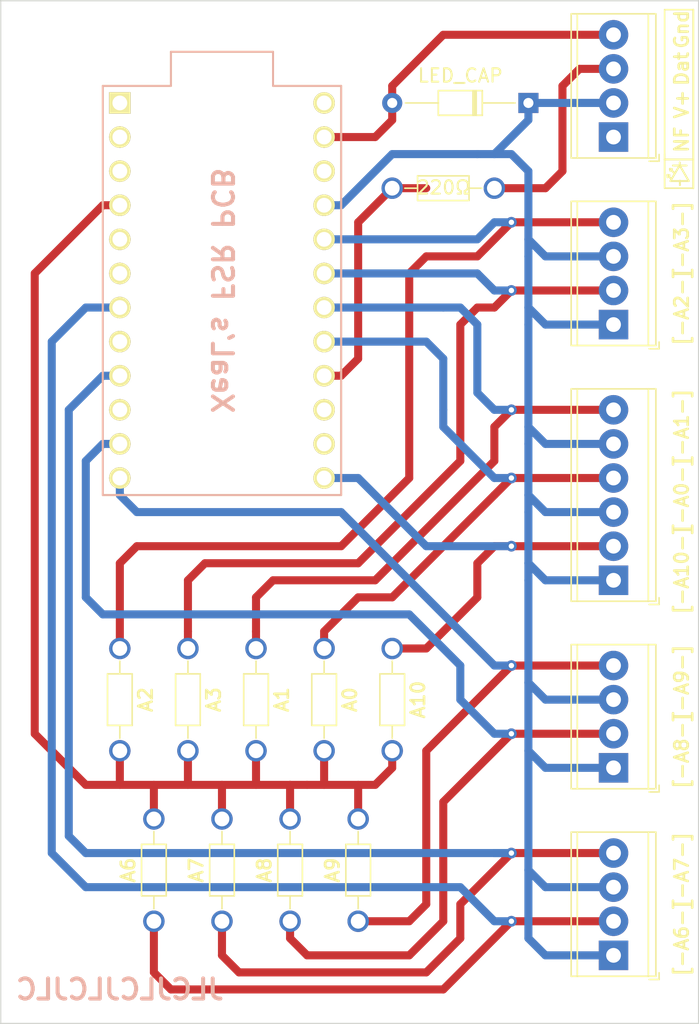
<source format=kicad_pcb>
(kicad_pcb (version 20171130) (host pcbnew "(5.1.10)-1")

  (general
    (thickness 1.6)
    (drawings 37)
    (tracks 200)
    (zones 0)
    (modules 17)
    (nets 15)
  )

  (page A4)
  (layers
    (0 F.Cu signal)
    (31 B.Cu signal)
    (32 B.Adhes user hide)
    (33 F.Adhes user hide)
    (34 B.Paste user hide)
    (35 F.Paste user hide)
    (36 B.SilkS user)
    (37 F.SilkS user)
    (38 B.Mask user)
    (39 F.Mask user)
    (40 Dwgs.User user)
    (41 Cmts.User user hide)
    (42 Eco1.User user hide)
    (43 Eco2.User user hide)
    (44 Edge.Cuts user)
    (45 Margin user)
    (46 B.CrtYd user)
    (47 F.CrtYd user)
    (48 B.Fab user)
    (49 F.Fab user hide)
  )

  (setup
    (last_trace_width 0.6)
    (trace_clearance 0.127)
    (zone_clearance 0.508)
    (zone_45_only no)
    (trace_min 0.6)
    (via_size 0.8)
    (via_drill 0.4)
    (via_min_size 0.4)
    (via_min_drill 0.3)
    (uvia_size 0.3)
    (uvia_drill 0.1)
    (uvias_allowed no)
    (uvia_min_size 0.2)
    (uvia_min_drill 0.1)
    (edge_width 0.05)
    (segment_width 0.4)
    (pcb_text_width 0.3)
    (pcb_text_size 1.5 1.5)
    (mod_edge_width 0.15)
    (mod_text_size 1 1)
    (mod_text_width 0.15)
    (pad_size 1.524 1.524)
    (pad_drill 0.762)
    (pad_to_mask_clearance 0)
    (aux_axis_origin 0 0)
    (visible_elements 7FFFFFFF)
    (pcbplotparams
      (layerselection 0x010fc_ffffffff)
      (usegerberextensions true)
      (usegerberattributes false)
      (usegerberadvancedattributes false)
      (creategerberjobfile false)
      (excludeedgelayer true)
      (linewidth 0.100000)
      (plotframeref false)
      (viasonmask false)
      (mode 1)
      (useauxorigin false)
      (hpglpennumber 1)
      (hpglpenspeed 20)
      (hpglpendiameter 15.000000)
      (psnegative false)
      (psa4output false)
      (plotreference true)
      (plotvalue true)
      (plotinvisibletext false)
      (padsonsilk false)
      (subtractmaskfromsilk true)
      (outputformat 1)
      (mirror false)
      (drillshape 0)
      (scaleselection 1)
      (outputdirectory "gerbers/"))
  )

  (net 0 "")
  (net 1 "Net-(220ohm1-Pad2)")
  (net 2 "Net-(220ohm1-Pad1)")
  (net 3 "Net-(A10-Pad1)")
  (net 4 "Net-(A0-Pad2)")
  (net 5 "Net-(A0-Pad1)")
  (net 6 "Net-(A1-Pad1)")
  (net 7 "Net-(A2-Pad1)")
  (net 8 "Net-(A3-Pad1)")
  (net 9 "Net-(A6-Pad1)")
  (net 10 "Net-(A7-Pad1)")
  (net 11 "Net-(A8-Pad1)")
  (net 12 "Net-(A9-Pad1)")
  (net 13 "Net-(J5-Pad4)")
  (net 14 "Net-(J1-Pad1)")

  (net_class Default "This is the default net class."
    (clearance 0.127)
    (trace_width 0.6)
    (via_dia 0.8)
    (via_drill 0.4)
    (uvia_dia 0.3)
    (uvia_drill 0.1)
    (diff_pair_width 0.6)
    (diff_pair_gap 0.25)
    (add_net "Net-(220ohm1-Pad1)")
    (add_net "Net-(220ohm1-Pad2)")
    (add_net "Net-(A0-Pad1)")
    (add_net "Net-(A0-Pad2)")
    (add_net "Net-(A1-Pad1)")
    (add_net "Net-(A10-Pad1)")
    (add_net "Net-(A2-Pad1)")
    (add_net "Net-(A3-Pad1)")
    (add_net "Net-(A6-Pad1)")
    (add_net "Net-(A7-Pad1)")
    (add_net "Net-(A8-Pad1)")
    (add_net "Net-(A9-Pad1)")
    (add_net "Net-(J1-Pad1)")
    (add_net "Net-(J5-Pad4)")
  )

  (module ddr_pcb:R_Axial_DDRPAD_L3.6mm_D1.6mm_P7.62mm_Horizontal (layer F.Cu) (tedit 618E4FDF) (tstamp 618EBBEA)
    (at 97.79 116.84 270)
    (descr "Resistor, Axial_DIN0204 series, Axial, Horizontal, pin pitch=7.62mm, 0.167W, length*diameter=3.6*1.6mm^2, http://cdn-reichelt.de/documents/datenblatt/B400/1_4W%23YAG.pdf")
    (tags "Resistor Axial_DIN0204 series Axial Horizontal pin pitch 7.62mm 0.167W length 3.6mm diameter 1.6mm")
    (path /6197C632)
    (fp_text reference A10 (at 3.81 -1.92 90) (layer F.SilkS)
      (effects (font (size 1 1) (thickness 0.2)))
    )
    (fp_text value R_Small (at 3.81 1.92 90) (layer F.Fab)
      (effects (font (size 1 1) (thickness 0.15)))
    )
    (fp_line (start 2.01 -0.8) (end 2.01 0.8) (layer F.Fab) (width 0.1))
    (fp_line (start 2.01 0.8) (end 5.61 0.8) (layer F.Fab) (width 0.1))
    (fp_line (start 5.61 0.8) (end 5.61 -0.8) (layer F.Fab) (width 0.1))
    (fp_line (start 5.61 -0.8) (end 2.01 -0.8) (layer F.Fab) (width 0.1))
    (fp_line (start 0 0) (end 2.01 0) (layer F.Fab) (width 0.1))
    (fp_line (start 7.62 0) (end 5.61 0) (layer F.Fab) (width 0.1))
    (fp_line (start 1.89 -0.92) (end 1.89 0.92) (layer F.SilkS) (width 0.12))
    (fp_line (start 1.89 0.92) (end 5.73 0.92) (layer F.SilkS) (width 0.12))
    (fp_line (start 5.73 0.92) (end 5.73 -0.92) (layer F.SilkS) (width 0.12))
    (fp_line (start 5.73 -0.92) (end 1.89 -0.92) (layer F.SilkS) (width 0.12))
    (fp_line (start 0.94 0) (end 1.89 0) (layer F.SilkS) (width 0.12))
    (fp_line (start 6.68 0) (end 5.73 0) (layer F.SilkS) (width 0.12))
    (fp_line (start -0.95 -1.05) (end -0.95 1.05) (layer F.CrtYd) (width 0.05))
    (fp_line (start -0.95 1.05) (end 8.57 1.05) (layer F.CrtYd) (width 0.05))
    (fp_line (start 8.57 1.05) (end 8.57 -1.05) (layer F.CrtYd) (width 0.05))
    (fp_line (start 8.57 -1.05) (end -0.95 -1.05) (layer F.CrtYd) (width 0.05))
    (fp_text user %R (at 3.81 0 90) (layer F.Fab)
      (effects (font (size 0.72 0.72) (thickness 0.108)))
    )
    (pad 2 thru_hole circle (at 7.62 0 270) (size 1.6 1.6) (drill 1.1) (layers *.Cu *.Mask)
      (net 4 "Net-(A0-Pad2)"))
    (pad 1 thru_hole circle (at 0 0 270) (size 1.6 1.6) (drill 1.1) (layers *.Cu *.Mask)
      (net 3 "Net-(A10-Pad1)"))
    (model ${KISYS3DMOD}/Resistor_THT.3dshapes/R_Axial_DIN0204_L3.6mm_D1.6mm_P7.62mm_Horizontal.wrl
      (at (xyz 0 0 0))
      (scale (xyz 1 1 1))
      (rotate (xyz 0 0 0))
    )
  )

  (module ddr_pcb:R_Axial_DDRPAD_L3.6mm_D1.6mm_P7.62mm_Horizontal (layer F.Cu) (tedit 618E4FDF) (tstamp 618E2617)
    (at 95.25 137.16 90)
    (descr "Resistor, Axial_DIN0204 series, Axial, Horizontal, pin pitch=7.62mm, 0.167W, length*diameter=3.6*1.6mm^2, http://cdn-reichelt.de/documents/datenblatt/B400/1_4W%23YAG.pdf")
    (tags "Resistor Axial_DIN0204 series Axial Horizontal pin pitch 7.62mm 0.167W length 3.6mm diameter 1.6mm")
    (path /6196365C)
    (fp_text reference A9 (at 3.81 -1.92 90) (layer F.SilkS)
      (effects (font (size 1 1) (thickness 0.2)))
    )
    (fp_text value R_Small (at 3.81 1.92 90) (layer F.Fab)
      (effects (font (size 1 1) (thickness 0.15)))
    )
    (fp_line (start 2.01 -0.8) (end 2.01 0.8) (layer F.Fab) (width 0.1))
    (fp_line (start 2.01 0.8) (end 5.61 0.8) (layer F.Fab) (width 0.1))
    (fp_line (start 5.61 0.8) (end 5.61 -0.8) (layer F.Fab) (width 0.1))
    (fp_line (start 5.61 -0.8) (end 2.01 -0.8) (layer F.Fab) (width 0.1))
    (fp_line (start 0 0) (end 2.01 0) (layer F.Fab) (width 0.1))
    (fp_line (start 7.62 0) (end 5.61 0) (layer F.Fab) (width 0.1))
    (fp_line (start 1.89 -0.92) (end 1.89 0.92) (layer F.SilkS) (width 0.12))
    (fp_line (start 1.89 0.92) (end 5.73 0.92) (layer F.SilkS) (width 0.12))
    (fp_line (start 5.73 0.92) (end 5.73 -0.92) (layer F.SilkS) (width 0.12))
    (fp_line (start 5.73 -0.92) (end 1.89 -0.92) (layer F.SilkS) (width 0.12))
    (fp_line (start 0.94 0) (end 1.89 0) (layer F.SilkS) (width 0.12))
    (fp_line (start 6.68 0) (end 5.73 0) (layer F.SilkS) (width 0.12))
    (fp_line (start -0.95 -1.05) (end -0.95 1.05) (layer F.CrtYd) (width 0.05))
    (fp_line (start -0.95 1.05) (end 8.57 1.05) (layer F.CrtYd) (width 0.05))
    (fp_line (start 8.57 1.05) (end 8.57 -1.05) (layer F.CrtYd) (width 0.05))
    (fp_line (start 8.57 -1.05) (end -0.95 -1.05) (layer F.CrtYd) (width 0.05))
    (fp_text user %R (at 3.81 0 90) (layer F.Fab)
      (effects (font (size 0.72 0.72) (thickness 0.108)))
    )
    (pad 2 thru_hole circle (at 7.62 0 90) (size 1.6 1.6) (drill 1.1) (layers *.Cu *.Mask)
      (net 4 "Net-(A0-Pad2)"))
    (pad 1 thru_hole circle (at 0 0 90) (size 1.6 1.6) (drill 1.1) (layers *.Cu *.Mask)
      (net 12 "Net-(A9-Pad1)"))
    (model ${KISYS3DMOD}/Resistor_THT.3dshapes/R_Axial_DIN0204_L3.6mm_D1.6mm_P7.62mm_Horizontal.wrl
      (at (xyz 0 0 0))
      (scale (xyz 1 1 1))
      (rotate (xyz 0 0 0))
    )
  )

  (module ddr_pcb:R_Axial_DDRPAD_L3.6mm_D1.6mm_P7.62mm_Horizontal (layer F.Cu) (tedit 618E4FDF) (tstamp 618E25DA)
    (at 90.17 137.16 90)
    (descr "Resistor, Axial_DIN0204 series, Axial, Horizontal, pin pitch=7.62mm, 0.167W, length*diameter=3.6*1.6mm^2, http://cdn-reichelt.de/documents/datenblatt/B400/1_4W%23YAG.pdf")
    (tags "Resistor Axial_DIN0204 series Axial Horizontal pin pitch 7.62mm 0.167W length 3.6mm diameter 1.6mm")
    (path /619628FE)
    (fp_text reference A8 (at 3.81 -1.92 90) (layer F.SilkS)
      (effects (font (size 1 1) (thickness 0.2)))
    )
    (fp_text value R_Small (at 3.81 1.92 90) (layer F.Fab)
      (effects (font (size 1 1) (thickness 0.15)))
    )
    (fp_line (start 2.01 -0.8) (end 2.01 0.8) (layer F.Fab) (width 0.1))
    (fp_line (start 2.01 0.8) (end 5.61 0.8) (layer F.Fab) (width 0.1))
    (fp_line (start 5.61 0.8) (end 5.61 -0.8) (layer F.Fab) (width 0.1))
    (fp_line (start 5.61 -0.8) (end 2.01 -0.8) (layer F.Fab) (width 0.1))
    (fp_line (start 0 0) (end 2.01 0) (layer F.Fab) (width 0.1))
    (fp_line (start 7.62 0) (end 5.61 0) (layer F.Fab) (width 0.1))
    (fp_line (start 1.89 -0.92) (end 1.89 0.92) (layer F.SilkS) (width 0.12))
    (fp_line (start 1.89 0.92) (end 5.73 0.92) (layer F.SilkS) (width 0.12))
    (fp_line (start 5.73 0.92) (end 5.73 -0.92) (layer F.SilkS) (width 0.12))
    (fp_line (start 5.73 -0.92) (end 1.89 -0.92) (layer F.SilkS) (width 0.12))
    (fp_line (start 0.94 0) (end 1.89 0) (layer F.SilkS) (width 0.12))
    (fp_line (start 6.68 0) (end 5.73 0) (layer F.SilkS) (width 0.12))
    (fp_line (start -0.95 -1.05) (end -0.95 1.05) (layer F.CrtYd) (width 0.05))
    (fp_line (start -0.95 1.05) (end 8.57 1.05) (layer F.CrtYd) (width 0.05))
    (fp_line (start 8.57 1.05) (end 8.57 -1.05) (layer F.CrtYd) (width 0.05))
    (fp_line (start 8.57 -1.05) (end -0.95 -1.05) (layer F.CrtYd) (width 0.05))
    (fp_text user %R (at 3.81 0 90) (layer F.Fab)
      (effects (font (size 0.72 0.72) (thickness 0.108)))
    )
    (pad 2 thru_hole circle (at 7.62 0 90) (size 1.6 1.6) (drill 1.1) (layers *.Cu *.Mask)
      (net 4 "Net-(A0-Pad2)"))
    (pad 1 thru_hole circle (at 0 0 90) (size 1.6 1.6) (drill 1.1) (layers *.Cu *.Mask)
      (net 11 "Net-(A8-Pad1)"))
    (model ${KISYS3DMOD}/Resistor_THT.3dshapes/R_Axial_DIN0204_L3.6mm_D1.6mm_P7.62mm_Horizontal.wrl
      (at (xyz 0 0 0))
      (scale (xyz 1 1 1))
      (rotate (xyz 0 0 0))
    )
  )

  (module ddr_pcb:R_Axial_DDRPAD_L3.6mm_D1.6mm_P7.62mm_Horizontal (layer F.Cu) (tedit 618E4FDF) (tstamp 618E259D)
    (at 85.09 137.16 90)
    (descr "Resistor, Axial_DIN0204 series, Axial, Horizontal, pin pitch=7.62mm, 0.167W, length*diameter=3.6*1.6mm^2, http://cdn-reichelt.de/documents/datenblatt/B400/1_4W%23YAG.pdf")
    (tags "Resistor Axial_DIN0204 series Axial Horizontal pin pitch 7.62mm 0.167W length 3.6mm diameter 1.6mm")
    (path /61961C32)
    (fp_text reference A7 (at 3.81 -1.92 90) (layer F.SilkS)
      (effects (font (size 1 1) (thickness 0.2)))
    )
    (fp_text value R_Small (at 3.81 1.92 90) (layer F.Fab)
      (effects (font (size 1 1) (thickness 0.15)))
    )
    (fp_line (start 2.01 -0.8) (end 2.01 0.8) (layer F.Fab) (width 0.1))
    (fp_line (start 2.01 0.8) (end 5.61 0.8) (layer F.Fab) (width 0.1))
    (fp_line (start 5.61 0.8) (end 5.61 -0.8) (layer F.Fab) (width 0.1))
    (fp_line (start 5.61 -0.8) (end 2.01 -0.8) (layer F.Fab) (width 0.1))
    (fp_line (start 0 0) (end 2.01 0) (layer F.Fab) (width 0.1))
    (fp_line (start 7.62 0) (end 5.61 0) (layer F.Fab) (width 0.1))
    (fp_line (start 1.89 -0.92) (end 1.89 0.92) (layer F.SilkS) (width 0.12))
    (fp_line (start 1.89 0.92) (end 5.73 0.92) (layer F.SilkS) (width 0.12))
    (fp_line (start 5.73 0.92) (end 5.73 -0.92) (layer F.SilkS) (width 0.12))
    (fp_line (start 5.73 -0.92) (end 1.89 -0.92) (layer F.SilkS) (width 0.12))
    (fp_line (start 0.94 0) (end 1.89 0) (layer F.SilkS) (width 0.12))
    (fp_line (start 6.68 0) (end 5.73 0) (layer F.SilkS) (width 0.12))
    (fp_line (start -0.95 -1.05) (end -0.95 1.05) (layer F.CrtYd) (width 0.05))
    (fp_line (start -0.95 1.05) (end 8.57 1.05) (layer F.CrtYd) (width 0.05))
    (fp_line (start 8.57 1.05) (end 8.57 -1.05) (layer F.CrtYd) (width 0.05))
    (fp_line (start 8.57 -1.05) (end -0.95 -1.05) (layer F.CrtYd) (width 0.05))
    (fp_text user %R (at 3.81 0 90) (layer F.Fab)
      (effects (font (size 0.72 0.72) (thickness 0.108)))
    )
    (pad 2 thru_hole circle (at 7.62 0 90) (size 1.6 1.6) (drill 1.1) (layers *.Cu *.Mask)
      (net 4 "Net-(A0-Pad2)"))
    (pad 1 thru_hole circle (at 0 0 90) (size 1.6 1.6) (drill 1.1) (layers *.Cu *.Mask)
      (net 10 "Net-(A7-Pad1)"))
    (model ${KISYS3DMOD}/Resistor_THT.3dshapes/R_Axial_DIN0204_L3.6mm_D1.6mm_P7.62mm_Horizontal.wrl
      (at (xyz 0 0 0))
      (scale (xyz 1 1 1))
      (rotate (xyz 0 0 0))
    )
  )

  (module ddr_pcb:R_Axial_DDRPAD_L3.6mm_D1.6mm_P7.62mm_Horizontal (layer F.Cu) (tedit 618E4FDF) (tstamp 618E2560)
    (at 80.01 137.16 90)
    (descr "Resistor, Axial_DIN0204 series, Axial, Horizontal, pin pitch=7.62mm, 0.167W, length*diameter=3.6*1.6mm^2, http://cdn-reichelt.de/documents/datenblatt/B400/1_4W%23YAG.pdf")
    (tags "Resistor Axial_DIN0204 series Axial Horizontal pin pitch 7.62mm 0.167W length 3.6mm diameter 1.6mm")
    (path /619609B8)
    (fp_text reference A6 (at 3.81 -1.92 90) (layer F.SilkS)
      (effects (font (size 1 1) (thickness 0.2)))
    )
    (fp_text value R_Small (at 3.81 1.92 90) (layer F.Fab)
      (effects (font (size 1 1) (thickness 0.15)))
    )
    (fp_line (start 2.01 -0.8) (end 2.01 0.8) (layer F.Fab) (width 0.1))
    (fp_line (start 2.01 0.8) (end 5.61 0.8) (layer F.Fab) (width 0.1))
    (fp_line (start 5.61 0.8) (end 5.61 -0.8) (layer F.Fab) (width 0.1))
    (fp_line (start 5.61 -0.8) (end 2.01 -0.8) (layer F.Fab) (width 0.1))
    (fp_line (start 0 0) (end 2.01 0) (layer F.Fab) (width 0.1))
    (fp_line (start 7.62 0) (end 5.61 0) (layer F.Fab) (width 0.1))
    (fp_line (start 1.89 -0.92) (end 1.89 0.92) (layer F.SilkS) (width 0.12))
    (fp_line (start 1.89 0.92) (end 5.73 0.92) (layer F.SilkS) (width 0.12))
    (fp_line (start 5.73 0.92) (end 5.73 -0.92) (layer F.SilkS) (width 0.12))
    (fp_line (start 5.73 -0.92) (end 1.89 -0.92) (layer F.SilkS) (width 0.12))
    (fp_line (start 0.94 0) (end 1.89 0) (layer F.SilkS) (width 0.12))
    (fp_line (start 6.68 0) (end 5.73 0) (layer F.SilkS) (width 0.12))
    (fp_line (start -0.95 -1.05) (end -0.95 1.05) (layer F.CrtYd) (width 0.05))
    (fp_line (start -0.95 1.05) (end 8.57 1.05) (layer F.CrtYd) (width 0.05))
    (fp_line (start 8.57 1.05) (end 8.57 -1.05) (layer F.CrtYd) (width 0.05))
    (fp_line (start 8.57 -1.05) (end -0.95 -1.05) (layer F.CrtYd) (width 0.05))
    (fp_text user %R (at 3.81 0 90) (layer F.Fab)
      (effects (font (size 0.72 0.72) (thickness 0.108)))
    )
    (pad 2 thru_hole circle (at 7.62 0 90) (size 1.6 1.6) (drill 1.1) (layers *.Cu *.Mask)
      (net 4 "Net-(A0-Pad2)"))
    (pad 1 thru_hole circle (at 0 0 90) (size 1.6 1.6) (drill 1.1) (layers *.Cu *.Mask)
      (net 9 "Net-(A6-Pad1)"))
    (model ${KISYS3DMOD}/Resistor_THT.3dshapes/R_Axial_DIN0204_L3.6mm_D1.6mm_P7.62mm_Horizontal.wrl
      (at (xyz 0 0 0))
      (scale (xyz 1 1 1))
      (rotate (xyz 0 0 0))
    )
  )

  (module ddr_pcb:R_Axial_DDRPAD_L3.6mm_D1.6mm_P7.62mm_Horizontal (layer F.Cu) (tedit 618E4FDF) (tstamp 618E2748)
    (at 82.55 116.84 270)
    (descr "Resistor, Axial_DIN0204 series, Axial, Horizontal, pin pitch=7.62mm, 0.167W, length*diameter=3.6*1.6mm^2, http://cdn-reichelt.de/documents/datenblatt/B400/1_4W%23YAG.pdf")
    (tags "Resistor Axial_DIN0204 series Axial Horizontal pin pitch 7.62mm 0.167W length 3.6mm diameter 1.6mm")
    (path /6197F87E)
    (fp_text reference A3 (at 3.81 -1.92 90) (layer F.SilkS)
      (effects (font (size 1 1) (thickness 0.2)))
    )
    (fp_text value R_Small (at 3.81 1.92 90) (layer F.Fab)
      (effects (font (size 1 1) (thickness 0.15)))
    )
    (fp_line (start 2.01 -0.8) (end 2.01 0.8) (layer F.Fab) (width 0.1))
    (fp_line (start 2.01 0.8) (end 5.61 0.8) (layer F.Fab) (width 0.1))
    (fp_line (start 5.61 0.8) (end 5.61 -0.8) (layer F.Fab) (width 0.1))
    (fp_line (start 5.61 -0.8) (end 2.01 -0.8) (layer F.Fab) (width 0.1))
    (fp_line (start 0 0) (end 2.01 0) (layer F.Fab) (width 0.1))
    (fp_line (start 7.62 0) (end 5.61 0) (layer F.Fab) (width 0.1))
    (fp_line (start 1.89 -0.92) (end 1.89 0.92) (layer F.SilkS) (width 0.12))
    (fp_line (start 1.89 0.92) (end 5.73 0.92) (layer F.SilkS) (width 0.12))
    (fp_line (start 5.73 0.92) (end 5.73 -0.92) (layer F.SilkS) (width 0.12))
    (fp_line (start 5.73 -0.92) (end 1.89 -0.92) (layer F.SilkS) (width 0.12))
    (fp_line (start 0.94 0) (end 1.89 0) (layer F.SilkS) (width 0.12))
    (fp_line (start 6.68 0) (end 5.73 0) (layer F.SilkS) (width 0.12))
    (fp_line (start -0.95 -1.05) (end -0.95 1.05) (layer F.CrtYd) (width 0.05))
    (fp_line (start -0.95 1.05) (end 8.57 1.05) (layer F.CrtYd) (width 0.05))
    (fp_line (start 8.57 1.05) (end 8.57 -1.05) (layer F.CrtYd) (width 0.05))
    (fp_line (start 8.57 -1.05) (end -0.95 -1.05) (layer F.CrtYd) (width 0.05))
    (fp_text user %R (at 3.81 0 90) (layer F.Fab)
      (effects (font (size 0.72 0.72) (thickness 0.108)))
    )
    (pad 2 thru_hole circle (at 7.62 0 270) (size 1.6 1.6) (drill 1.1) (layers *.Cu *.Mask)
      (net 4 "Net-(A0-Pad2)"))
    (pad 1 thru_hole circle (at 0 0 270) (size 1.6 1.6) (drill 1.1) (layers *.Cu *.Mask)
      (net 8 "Net-(A3-Pad1)"))
    (model ${KISYS3DMOD}/Resistor_THT.3dshapes/R_Axial_DIN0204_L3.6mm_D1.6mm_P7.62mm_Horizontal.wrl
      (at (xyz 0 0 0))
      (scale (xyz 1 1 1))
      (rotate (xyz 0 0 0))
    )
  )

  (module ddr_pcb:R_Axial_DDRPAD_L3.6mm_D1.6mm_P7.62mm_Horizontal (layer F.Cu) (tedit 618E4FDF) (tstamp 618E270B)
    (at 77.47 116.84 270)
    (descr "Resistor, Axial_DIN0204 series, Axial, Horizontal, pin pitch=7.62mm, 0.167W, length*diameter=3.6*1.6mm^2, http://cdn-reichelt.de/documents/datenblatt/B400/1_4W%23YAG.pdf")
    (tags "Resistor Axial_DIN0204 series Axial Horizontal pin pitch 7.62mm 0.167W length 3.6mm diameter 1.6mm")
    (path /6197F095)
    (fp_text reference A2 (at 3.81 -1.92 90) (layer F.SilkS)
      (effects (font (size 1 1) (thickness 0.2)))
    )
    (fp_text value R_Small (at 3.81 1.92 90) (layer F.Fab)
      (effects (font (size 1 1) (thickness 0.15)))
    )
    (fp_line (start 2.01 -0.8) (end 2.01 0.8) (layer F.Fab) (width 0.1))
    (fp_line (start 2.01 0.8) (end 5.61 0.8) (layer F.Fab) (width 0.1))
    (fp_line (start 5.61 0.8) (end 5.61 -0.8) (layer F.Fab) (width 0.1))
    (fp_line (start 5.61 -0.8) (end 2.01 -0.8) (layer F.Fab) (width 0.1))
    (fp_line (start 0 0) (end 2.01 0) (layer F.Fab) (width 0.1))
    (fp_line (start 7.62 0) (end 5.61 0) (layer F.Fab) (width 0.1))
    (fp_line (start 1.89 -0.92) (end 1.89 0.92) (layer F.SilkS) (width 0.12))
    (fp_line (start 1.89 0.92) (end 5.73 0.92) (layer F.SilkS) (width 0.12))
    (fp_line (start 5.73 0.92) (end 5.73 -0.92) (layer F.SilkS) (width 0.12))
    (fp_line (start 5.73 -0.92) (end 1.89 -0.92) (layer F.SilkS) (width 0.12))
    (fp_line (start 0.94 0) (end 1.89 0) (layer F.SilkS) (width 0.12))
    (fp_line (start 6.68 0) (end 5.73 0) (layer F.SilkS) (width 0.12))
    (fp_line (start -0.95 -1.05) (end -0.95 1.05) (layer F.CrtYd) (width 0.05))
    (fp_line (start -0.95 1.05) (end 8.57 1.05) (layer F.CrtYd) (width 0.05))
    (fp_line (start 8.57 1.05) (end 8.57 -1.05) (layer F.CrtYd) (width 0.05))
    (fp_line (start 8.57 -1.05) (end -0.95 -1.05) (layer F.CrtYd) (width 0.05))
    (fp_text user %R (at 3.81 0 90) (layer F.Fab)
      (effects (font (size 0.72 0.72) (thickness 0.108)))
    )
    (pad 2 thru_hole circle (at 7.62 0 270) (size 1.6 1.6) (drill 1.1) (layers *.Cu *.Mask)
      (net 4 "Net-(A0-Pad2)"))
    (pad 1 thru_hole circle (at 0 0 270) (size 1.6 1.6) (drill 1.1) (layers *.Cu *.Mask)
      (net 7 "Net-(A2-Pad1)"))
    (model ${KISYS3DMOD}/Resistor_THT.3dshapes/R_Axial_DIN0204_L3.6mm_D1.6mm_P7.62mm_Horizontal.wrl
      (at (xyz 0 0 0))
      (scale (xyz 1 1 1))
      (rotate (xyz 0 0 0))
    )
  )

  (module ddr_pcb:R_Axial_DDRPAD_L3.6mm_D1.6mm_P7.62mm_Horizontal (layer F.Cu) (tedit 618E4FDF) (tstamp 618E26CE)
    (at 87.63 116.84 270)
    (descr "Resistor, Axial_DIN0204 series, Axial, Horizontal, pin pitch=7.62mm, 0.167W, length*diameter=3.6*1.6mm^2, http://cdn-reichelt.de/documents/datenblatt/B400/1_4W%23YAG.pdf")
    (tags "Resistor Axial_DIN0204 series Axial Horizontal pin pitch 7.62mm 0.167W length 3.6mm diameter 1.6mm")
    (path /6197E680)
    (fp_text reference A1 (at 3.81 -1.92 90) (layer F.SilkS)
      (effects (font (size 1 1) (thickness 0.2)))
    )
    (fp_text value R_Small (at 3.81 1.92 90) (layer F.Fab)
      (effects (font (size 1 1) (thickness 0.15)))
    )
    (fp_line (start 2.01 -0.8) (end 2.01 0.8) (layer F.Fab) (width 0.1))
    (fp_line (start 2.01 0.8) (end 5.61 0.8) (layer F.Fab) (width 0.1))
    (fp_line (start 5.61 0.8) (end 5.61 -0.8) (layer F.Fab) (width 0.1))
    (fp_line (start 5.61 -0.8) (end 2.01 -0.8) (layer F.Fab) (width 0.1))
    (fp_line (start 0 0) (end 2.01 0) (layer F.Fab) (width 0.1))
    (fp_line (start 7.62 0) (end 5.61 0) (layer F.Fab) (width 0.1))
    (fp_line (start 1.89 -0.92) (end 1.89 0.92) (layer F.SilkS) (width 0.12))
    (fp_line (start 1.89 0.92) (end 5.73 0.92) (layer F.SilkS) (width 0.12))
    (fp_line (start 5.73 0.92) (end 5.73 -0.92) (layer F.SilkS) (width 0.12))
    (fp_line (start 5.73 -0.92) (end 1.89 -0.92) (layer F.SilkS) (width 0.12))
    (fp_line (start 0.94 0) (end 1.89 0) (layer F.SilkS) (width 0.12))
    (fp_line (start 6.68 0) (end 5.73 0) (layer F.SilkS) (width 0.12))
    (fp_line (start -0.95 -1.05) (end -0.95 1.05) (layer F.CrtYd) (width 0.05))
    (fp_line (start -0.95 1.05) (end 8.57 1.05) (layer F.CrtYd) (width 0.05))
    (fp_line (start 8.57 1.05) (end 8.57 -1.05) (layer F.CrtYd) (width 0.05))
    (fp_line (start 8.57 -1.05) (end -0.95 -1.05) (layer F.CrtYd) (width 0.05))
    (fp_text user %R (at 3.81 0 90) (layer F.Fab)
      (effects (font (size 0.72 0.72) (thickness 0.108)))
    )
    (pad 2 thru_hole circle (at 7.62 0 270) (size 1.6 1.6) (drill 1.1) (layers *.Cu *.Mask)
      (net 4 "Net-(A0-Pad2)"))
    (pad 1 thru_hole circle (at 0 0 270) (size 1.6 1.6) (drill 1.1) (layers *.Cu *.Mask)
      (net 6 "Net-(A1-Pad1)"))
    (model ${KISYS3DMOD}/Resistor_THT.3dshapes/R_Axial_DIN0204_L3.6mm_D1.6mm_P7.62mm_Horizontal.wrl
      (at (xyz 0 0 0))
      (scale (xyz 1 1 1))
      (rotate (xyz 0 0 0))
    )
  )

  (module ddr_pcb:R_Axial_DDRPAD_L3.6mm_D1.6mm_P7.62mm_Horizontal (layer F.Cu) (tedit 618E4FDF) (tstamp 618E2691)
    (at 92.71 116.84 270)
    (descr "Resistor, Axial_DIN0204 series, Axial, Horizontal, pin pitch=7.62mm, 0.167W, length*diameter=3.6*1.6mm^2, http://cdn-reichelt.de/documents/datenblatt/B400/1_4W%23YAG.pdf")
    (tags "Resistor Axial_DIN0204 series Axial Horizontal pin pitch 7.62mm 0.167W length 3.6mm diameter 1.6mm")
    (path /6197D7DD)
    (fp_text reference A0 (at 3.81 -1.92 90) (layer F.SilkS)
      (effects (font (size 1 1) (thickness 0.2)))
    )
    (fp_text value R_Small (at 3.81 1.92 90) (layer F.Fab)
      (effects (font (size 1 1) (thickness 0.15)))
    )
    (fp_line (start 2.01 -0.8) (end 2.01 0.8) (layer F.Fab) (width 0.1))
    (fp_line (start 2.01 0.8) (end 5.61 0.8) (layer F.Fab) (width 0.1))
    (fp_line (start 5.61 0.8) (end 5.61 -0.8) (layer F.Fab) (width 0.1))
    (fp_line (start 5.61 -0.8) (end 2.01 -0.8) (layer F.Fab) (width 0.1))
    (fp_line (start 0 0) (end 2.01 0) (layer F.Fab) (width 0.1))
    (fp_line (start 7.62 0) (end 5.61 0) (layer F.Fab) (width 0.1))
    (fp_line (start 1.89 -0.92) (end 1.89 0.92) (layer F.SilkS) (width 0.12))
    (fp_line (start 1.89 0.92) (end 5.73 0.92) (layer F.SilkS) (width 0.12))
    (fp_line (start 5.73 0.92) (end 5.73 -0.92) (layer F.SilkS) (width 0.12))
    (fp_line (start 5.73 -0.92) (end 1.89 -0.92) (layer F.SilkS) (width 0.12))
    (fp_line (start 0.94 0) (end 1.89 0) (layer F.SilkS) (width 0.12))
    (fp_line (start 6.68 0) (end 5.73 0) (layer F.SilkS) (width 0.12))
    (fp_line (start -0.95 -1.05) (end -0.95 1.05) (layer F.CrtYd) (width 0.05))
    (fp_line (start -0.95 1.05) (end 8.57 1.05) (layer F.CrtYd) (width 0.05))
    (fp_line (start 8.57 1.05) (end 8.57 -1.05) (layer F.CrtYd) (width 0.05))
    (fp_line (start 8.57 -1.05) (end -0.95 -1.05) (layer F.CrtYd) (width 0.05))
    (fp_text user %R (at 3.81 0 90) (layer F.Fab)
      (effects (font (size 0.72 0.72) (thickness 0.108)))
    )
    (pad 2 thru_hole circle (at 7.62 0 270) (size 1.6 1.6) (drill 1.1) (layers *.Cu *.Mask)
      (net 4 "Net-(A0-Pad2)"))
    (pad 1 thru_hole circle (at 0 0 270) (size 1.6 1.6) (drill 1.1) (layers *.Cu *.Mask)
      (net 5 "Net-(A0-Pad1)"))
    (model ${KISYS3DMOD}/Resistor_THT.3dshapes/R_Axial_DIN0204_L3.6mm_D1.6mm_P7.62mm_Horizontal.wrl
      (at (xyz 0 0 0))
      (scale (xyz 1 1 1))
      (rotate (xyz 0 0 0))
    )
  )

  (module ddr_pcb:R_Axial_DDRPAD_L3.6mm_D1.6mm_P7.62mm_Horizontal (layer F.Cu) (tedit 618E4FDF) (tstamp 618E9CE0)
    (at 105.41 82.55 180)
    (descr "Resistor, Axial_DIN0204 series, Axial, Horizontal, pin pitch=7.62mm, 0.167W, length*diameter=3.6*1.6mm^2, http://cdn-reichelt.de/documents/datenblatt/B400/1_4W%23YAG.pdf")
    (tags "Resistor Axial_DIN0204 series Axial Horizontal pin pitch 7.62mm 0.167W length 3.6mm diameter 1.6mm")
    (path /61A07599)
    (fp_text reference 220Ω (at 3.7846 0.0508) (layer F.SilkS)
      (effects (font (size 1 1) (thickness 0.15)))
    )
    (fp_text value R_Small (at 3.81 1.92) (layer F.Fab)
      (effects (font (size 1 1) (thickness 0.15)))
    )
    (fp_line (start 2.01 -0.8) (end 2.01 0.8) (layer F.Fab) (width 0.1))
    (fp_line (start 2.01 0.8) (end 5.61 0.8) (layer F.Fab) (width 0.1))
    (fp_line (start 5.61 0.8) (end 5.61 -0.8) (layer F.Fab) (width 0.1))
    (fp_line (start 5.61 -0.8) (end 2.01 -0.8) (layer F.Fab) (width 0.1))
    (fp_line (start 0 0) (end 2.01 0) (layer F.Fab) (width 0.1))
    (fp_line (start 7.62 0) (end 5.61 0) (layer F.Fab) (width 0.1))
    (fp_line (start 1.89 -0.92) (end 1.89 0.92) (layer F.SilkS) (width 0.12))
    (fp_line (start 1.89 0.92) (end 5.73 0.92) (layer F.SilkS) (width 0.12))
    (fp_line (start 5.73 0.92) (end 5.73 -0.92) (layer F.SilkS) (width 0.12))
    (fp_line (start 5.73 -0.92) (end 1.89 -0.92) (layer F.SilkS) (width 0.12))
    (fp_line (start 0.94 0) (end 1.89 0) (layer F.SilkS) (width 0.12))
    (fp_line (start 6.68 0) (end 5.73 0) (layer F.SilkS) (width 0.12))
    (fp_line (start -0.95 -1.05) (end -0.95 1.05) (layer F.CrtYd) (width 0.05))
    (fp_line (start -0.95 1.05) (end 8.57 1.05) (layer F.CrtYd) (width 0.05))
    (fp_line (start 8.57 1.05) (end 8.57 -1.05) (layer F.CrtYd) (width 0.05))
    (fp_line (start 8.57 -1.05) (end -0.95 -1.05) (layer F.CrtYd) (width 0.05))
    (fp_text user %R (at 3.81 0) (layer F.Fab)
      (effects (font (size 0.72 0.72) (thickness 0.108)))
    )
    (pad 2 thru_hole circle (at 7.62 0 180) (size 1.6 1.6) (drill 1.1) (layers *.Cu *.Mask)
      (net 1 "Net-(220ohm1-Pad2)"))
    (pad 1 thru_hole circle (at 0 0 180) (size 1.6 1.6) (drill 1.1) (layers *.Cu *.Mask)
      (net 2 "Net-(220ohm1-Pad1)"))
    (model ${KISYS3DMOD}/Resistor_THT.3dshapes/R_Axial_DIN0204_L3.6mm_D1.6mm_P7.62mm_Horizontal.wrl
      (at (xyz 0 0 0))
      (scale (xyz 1 1 1))
      (rotate (xyz 0 0 0))
    )
  )

  (module TerminalBlock_Phoenix:TerminalBlock_Phoenix_MPT-0,5-4-2.54_1x04_P2.54mm_Horizontal (layer F.Cu) (tedit 5B294F98) (tstamp 618E2523)
    (at 114.3 78.74 90)
    (descr "Terminal Block Phoenix MPT-0,5-4-2.54, 4 pins, pitch 2.54mm, size 10.6x6.2mm^2, drill diamater 1.1mm, pad diameter 2.2mm, see http://www.mouser.com/ds/2/324/ItemDetail_1725672-916605.pdf, script-generated using https://github.com/pointhi/kicad-footprint-generator/scripts/TerminalBlock_Phoenix")
    (tags "THT Terminal Block Phoenix MPT-0,5-4-2.54 pitch 2.54mm size 10.6x6.2mm^2 drill 1.1mm pad 2.2mm")
    (path /61985061)
    (fp_text reference J5 (at 3.81 -4.16 90) (layer F.SilkS) hide
      (effects (font (size 1 1) (thickness 0.15)))
    )
    (fp_text value Screw_Terminal_01x04 (at 3.81 4.16 90) (layer F.Fab)
      (effects (font (size 1 1) (thickness 0.15)))
    )
    (fp_line (start 9.63 -3.6) (end -2 -3.6) (layer F.CrtYd) (width 0.05))
    (fp_line (start 9.63 3.6) (end 9.63 -3.6) (layer F.CrtYd) (width 0.05))
    (fp_line (start -2 3.6) (end 9.63 3.6) (layer F.CrtYd) (width 0.05))
    (fp_line (start -2 -3.6) (end -2 3.6) (layer F.CrtYd) (width 0.05))
    (fp_line (start -1.8 3.4) (end -1.3 3.4) (layer F.SilkS) (width 0.12))
    (fp_line (start -1.8 2.66) (end -1.8 3.4) (layer F.SilkS) (width 0.12))
    (fp_line (start 8.321 -0.835) (end 6.786 0.7) (layer F.Fab) (width 0.1))
    (fp_line (start 8.455 -0.7) (end 6.92 0.835) (layer F.Fab) (width 0.1))
    (fp_line (start 5.781 -0.835) (end 4.246 0.7) (layer F.Fab) (width 0.1))
    (fp_line (start 5.915 -0.7) (end 4.38 0.835) (layer F.Fab) (width 0.1))
    (fp_line (start 3.241 -0.835) (end 1.706 0.7) (layer F.Fab) (width 0.1))
    (fp_line (start 3.375 -0.7) (end 1.84 0.835) (layer F.Fab) (width 0.1))
    (fp_line (start 0.701 -0.835) (end -0.835 0.7) (layer F.Fab) (width 0.1))
    (fp_line (start 0.835 -0.7) (end -0.701 0.835) (layer F.Fab) (width 0.1))
    (fp_line (start 9.18 -3.16) (end 9.18 3.16) (layer F.SilkS) (width 0.12))
    (fp_line (start -1.56 -3.16) (end -1.56 3.16) (layer F.SilkS) (width 0.12))
    (fp_line (start -1.56 3.16) (end 9.18 3.16) (layer F.SilkS) (width 0.12))
    (fp_line (start -1.56 -3.16) (end 9.18 -3.16) (layer F.SilkS) (width 0.12))
    (fp_line (start -1.56 -2.7) (end 9.18 -2.7) (layer F.SilkS) (width 0.12))
    (fp_line (start -1.5 -2.7) (end 9.12 -2.7) (layer F.Fab) (width 0.1))
    (fp_line (start -1.56 2.6) (end 9.18 2.6) (layer F.SilkS) (width 0.12))
    (fp_line (start -1.5 2.6) (end 9.12 2.6) (layer F.Fab) (width 0.1))
    (fp_line (start -1.5 2.6) (end -1.5 -3.1) (layer F.Fab) (width 0.1))
    (fp_line (start -1 3.1) (end -1.5 2.6) (layer F.Fab) (width 0.1))
    (fp_line (start 9.12 3.1) (end -1 3.1) (layer F.Fab) (width 0.1))
    (fp_line (start 9.12 -3.1) (end 9.12 3.1) (layer F.Fab) (width 0.1))
    (fp_line (start -1.5 -3.1) (end 9.12 -3.1) (layer F.Fab) (width 0.1))
    (fp_circle (center 7.62 0) (end 8.72 0) (layer F.Fab) (width 0.1))
    (fp_circle (center 5.08 0) (end 6.18 0) (layer F.Fab) (width 0.1))
    (fp_circle (center 2.54 0) (end 3.64 0) (layer F.Fab) (width 0.1))
    (fp_circle (center 0 0) (end 1.1 0) (layer F.Fab) (width 0.1))
    (fp_text user %R (at 3.81 2 90) (layer F.Fab)
      (effects (font (size 1 1) (thickness 0.15)))
    )
    (pad 4 thru_hole circle (at 7.62 0 90) (size 2.2 2.2) (drill 1.1) (layers *.Cu *.Mask)
      (net 13 "Net-(J5-Pad4)"))
    (pad 3 thru_hole circle (at 5.08 0 90) (size 2.2 2.2) (drill 1.1) (layers *.Cu *.Mask)
      (net 2 "Net-(220ohm1-Pad1)"))
    (pad 2 thru_hole circle (at 2.54 0 90) (size 2.2 2.2) (drill 1.1) (layers *.Cu *.Mask)
      (net 14 "Net-(J1-Pad1)"))
    (pad 1 thru_hole rect (at 0 0 90) (size 2.2 2.2) (drill 1.1) (layers *.Cu *.Mask))
    (model ${KISYS3DMOD}/TerminalBlock_Phoenix.3dshapes/TerminalBlock_Phoenix_MPT-0,5-4-2.54_1x04_P2.54mm_Horizontal.wrl
      (at (xyz 0 0 0))
      (scale (xyz 1 1 1))
      (rotate (xyz 0 0 0))
    )
  )

  (module TerminalBlock_Phoenix:TerminalBlock_Phoenix_MPT-0,5-6-2.54_1x06_P2.54mm_Horizontal (layer F.Cu) (tedit 5B294F99) (tstamp 618E24D8)
    (at 114.3 111.76 90)
    (descr "Terminal Block Phoenix MPT-0,5-6-2.54, 6 pins, pitch 2.54mm, size 15.7x6.2mm^2, drill diamater 1.1mm, pad diameter 2.2mm, see http://www.mouser.com/ds/2/324/ItemDetail_1725672-916605.pdf, script-generated using https://github.com/pointhi/kicad-footprint-generator/scripts/TerminalBlock_Phoenix")
    (tags "THT Terminal Block Phoenix MPT-0,5-6-2.54 pitch 2.54mm size 15.7x6.2mm^2 drill 1.1mm pad 2.2mm")
    (path /619325E0)
    (fp_text reference J4 (at 6.35 -4.16 90) (layer F.SilkS) hide
      (effects (font (size 1 1) (thickness 0.15)))
    )
    (fp_text value Screw_Terminal_01x06 (at 6.35 4.16 90) (layer F.Fab)
      (effects (font (size 1 1) (thickness 0.15)))
    )
    (fp_line (start 14.7 -3.6) (end -2 -3.6) (layer F.CrtYd) (width 0.05))
    (fp_line (start 14.7 3.6) (end 14.7 -3.6) (layer F.CrtYd) (width 0.05))
    (fp_line (start -2 3.6) (end 14.7 3.6) (layer F.CrtYd) (width 0.05))
    (fp_line (start -2 -3.6) (end -2 3.6) (layer F.CrtYd) (width 0.05))
    (fp_line (start -1.8 3.4) (end -1.3 3.4) (layer F.SilkS) (width 0.12))
    (fp_line (start -1.8 2.66) (end -1.8 3.4) (layer F.SilkS) (width 0.12))
    (fp_line (start 13.401 -0.835) (end 11.866 0.7) (layer F.Fab) (width 0.1))
    (fp_line (start 13.535 -0.7) (end 12 0.835) (layer F.Fab) (width 0.1))
    (fp_line (start 10.861 -0.835) (end 9.326 0.7) (layer F.Fab) (width 0.1))
    (fp_line (start 10.995 -0.7) (end 9.46 0.835) (layer F.Fab) (width 0.1))
    (fp_line (start 8.321 -0.835) (end 6.786 0.7) (layer F.Fab) (width 0.1))
    (fp_line (start 8.455 -0.7) (end 6.92 0.835) (layer F.Fab) (width 0.1))
    (fp_line (start 5.781 -0.835) (end 4.246 0.7) (layer F.Fab) (width 0.1))
    (fp_line (start 5.915 -0.7) (end 4.38 0.835) (layer F.Fab) (width 0.1))
    (fp_line (start 3.241 -0.835) (end 1.706 0.7) (layer F.Fab) (width 0.1))
    (fp_line (start 3.375 -0.7) (end 1.84 0.835) (layer F.Fab) (width 0.1))
    (fp_line (start 0.701 -0.835) (end -0.835 0.7) (layer F.Fab) (width 0.1))
    (fp_line (start 0.835 -0.7) (end -0.701 0.835) (layer F.Fab) (width 0.1))
    (fp_line (start 14.26 -3.16) (end 14.26 3.16) (layer F.SilkS) (width 0.12))
    (fp_line (start -1.56 -3.16) (end -1.56 3.16) (layer F.SilkS) (width 0.12))
    (fp_line (start -1.56 3.16) (end 14.26 3.16) (layer F.SilkS) (width 0.12))
    (fp_line (start -1.56 -3.16) (end 14.26 -3.16) (layer F.SilkS) (width 0.12))
    (fp_line (start -1.56 -2.7) (end 14.26 -2.7) (layer F.SilkS) (width 0.12))
    (fp_line (start -1.5 -2.7) (end 14.2 -2.7) (layer F.Fab) (width 0.1))
    (fp_line (start -1.56 2.6) (end 14.26 2.6) (layer F.SilkS) (width 0.12))
    (fp_line (start -1.5 2.6) (end 14.2 2.6) (layer F.Fab) (width 0.1))
    (fp_line (start -1.5 2.6) (end -1.5 -3.1) (layer F.Fab) (width 0.1))
    (fp_line (start -1 3.1) (end -1.5 2.6) (layer F.Fab) (width 0.1))
    (fp_line (start 14.2 3.1) (end -1 3.1) (layer F.Fab) (width 0.1))
    (fp_line (start 14.2 -3.1) (end 14.2 3.1) (layer F.Fab) (width 0.1))
    (fp_line (start -1.5 -3.1) (end 14.2 -3.1) (layer F.Fab) (width 0.1))
    (fp_circle (center 12.7 0) (end 13.8 0) (layer F.Fab) (width 0.1))
    (fp_circle (center 10.16 0) (end 11.26 0) (layer F.Fab) (width 0.1))
    (fp_circle (center 7.62 0) (end 8.72 0) (layer F.Fab) (width 0.1))
    (fp_circle (center 5.08 0) (end 6.18 0) (layer F.Fab) (width 0.1))
    (fp_circle (center 2.54 0) (end 3.64 0) (layer F.Fab) (width 0.1))
    (fp_circle (center 0 0) (end 1.1 0) (layer F.Fab) (width 0.1))
    (fp_text user %R (at 6.35 2 90) (layer F.Fab)
      (effects (font (size 1 1) (thickness 0.15)))
    )
    (pad 6 thru_hole circle (at 12.7 0 90) (size 2.2 2.2) (drill 1.1) (layers *.Cu *.Mask)
      (net 6 "Net-(A1-Pad1)"))
    (pad 5 thru_hole circle (at 10.16 0 90) (size 2.2 2.2) (drill 1.1) (layers *.Cu *.Mask)
      (net 14 "Net-(J1-Pad1)"))
    (pad 4 thru_hole circle (at 7.62 0 90) (size 2.2 2.2) (drill 1.1) (layers *.Cu *.Mask)
      (net 5 "Net-(A0-Pad1)"))
    (pad 3 thru_hole circle (at 5.08 0 90) (size 2.2 2.2) (drill 1.1) (layers *.Cu *.Mask)
      (net 14 "Net-(J1-Pad1)"))
    (pad 2 thru_hole circle (at 2.54 0 90) (size 2.2 2.2) (drill 1.1) (layers *.Cu *.Mask)
      (net 3 "Net-(A10-Pad1)"))
    (pad 1 thru_hole rect (at 0 0 90) (size 2.2 2.2) (drill 1.1) (layers *.Cu *.Mask)
      (net 14 "Net-(J1-Pad1)"))
    (model ${KISYS3DMOD}/TerminalBlock_Phoenix.3dshapes/TerminalBlock_Phoenix_MPT-0,5-6-2.54_1x06_P2.54mm_Horizontal.wrl
      (at (xyz 0 0 0))
      (scale (xyz 1 1 1))
      (rotate (xyz 0 0 0))
    )
  )

  (module TerminalBlock_Phoenix:TerminalBlock_Phoenix_MPT-0,5-4-2.54_1x04_P2.54mm_Horizontal (layer F.Cu) (tedit 5B294F98) (tstamp 618E2486)
    (at 114.3 92.71 90)
    (descr "Terminal Block Phoenix MPT-0,5-4-2.54, 4 pins, pitch 2.54mm, size 10.6x6.2mm^2, drill diamater 1.1mm, pad diameter 2.2mm, see http://www.mouser.com/ds/2/324/ItemDetail_1725672-916605.pdf, script-generated using https://github.com/pointhi/kicad-footprint-generator/scripts/TerminalBlock_Phoenix")
    (tags "THT Terminal Block Phoenix MPT-0,5-4-2.54 pitch 2.54mm size 10.6x6.2mm^2 drill 1.1mm pad 2.2mm")
    (path /6191BA8F)
    (fp_text reference J3 (at 3.81 -4.16 90) (layer F.SilkS) hide
      (effects (font (size 1 1) (thickness 0.15)))
    )
    (fp_text value Screw_Terminal_01x04 (at 3.81 4.16 90) (layer F.Fab)
      (effects (font (size 1 1) (thickness 0.15)))
    )
    (fp_line (start 9.63 -3.6) (end -2 -3.6) (layer F.CrtYd) (width 0.05))
    (fp_line (start 9.63 3.6) (end 9.63 -3.6) (layer F.CrtYd) (width 0.05))
    (fp_line (start -2 3.6) (end 9.63 3.6) (layer F.CrtYd) (width 0.05))
    (fp_line (start -2 -3.6) (end -2 3.6) (layer F.CrtYd) (width 0.05))
    (fp_line (start -1.8 3.4) (end -1.3 3.4) (layer F.SilkS) (width 0.12))
    (fp_line (start -1.8 2.66) (end -1.8 3.4) (layer F.SilkS) (width 0.12))
    (fp_line (start 8.321 -0.835) (end 6.786 0.7) (layer F.Fab) (width 0.1))
    (fp_line (start 8.455 -0.7) (end 6.92 0.835) (layer F.Fab) (width 0.1))
    (fp_line (start 5.781 -0.835) (end 4.246 0.7) (layer F.Fab) (width 0.1))
    (fp_line (start 5.915 -0.7) (end 4.38 0.835) (layer F.Fab) (width 0.1))
    (fp_line (start 3.241 -0.835) (end 1.706 0.7) (layer F.Fab) (width 0.1))
    (fp_line (start 3.375 -0.7) (end 1.84 0.835) (layer F.Fab) (width 0.1))
    (fp_line (start 0.701 -0.835) (end -0.835 0.7) (layer F.Fab) (width 0.1))
    (fp_line (start 0.835 -0.7) (end -0.701 0.835) (layer F.Fab) (width 0.1))
    (fp_line (start 9.18 -3.16) (end 9.18 3.16) (layer F.SilkS) (width 0.12))
    (fp_line (start -1.56 -3.16) (end -1.56 3.16) (layer F.SilkS) (width 0.12))
    (fp_line (start -1.56 3.16) (end 9.18 3.16) (layer F.SilkS) (width 0.12))
    (fp_line (start -1.56 -3.16) (end 9.18 -3.16) (layer F.SilkS) (width 0.12))
    (fp_line (start -1.56 -2.7) (end 9.18 -2.7) (layer F.SilkS) (width 0.12))
    (fp_line (start -1.5 -2.7) (end 9.12 -2.7) (layer F.Fab) (width 0.1))
    (fp_line (start -1.56 2.6) (end 9.18 2.6) (layer F.SilkS) (width 0.12))
    (fp_line (start -1.5 2.6) (end 9.12 2.6) (layer F.Fab) (width 0.1))
    (fp_line (start -1.5 2.6) (end -1.5 -3.1) (layer F.Fab) (width 0.1))
    (fp_line (start -1 3.1) (end -1.5 2.6) (layer F.Fab) (width 0.1))
    (fp_line (start 9.12 3.1) (end -1 3.1) (layer F.Fab) (width 0.1))
    (fp_line (start 9.12 -3.1) (end 9.12 3.1) (layer F.Fab) (width 0.1))
    (fp_line (start -1.5 -3.1) (end 9.12 -3.1) (layer F.Fab) (width 0.1))
    (fp_circle (center 7.62 0) (end 8.72 0) (layer F.Fab) (width 0.1))
    (fp_circle (center 5.08 0) (end 6.18 0) (layer F.Fab) (width 0.1))
    (fp_circle (center 2.54 0) (end 3.64 0) (layer F.Fab) (width 0.1))
    (fp_circle (center 0 0) (end 1.1 0) (layer F.Fab) (width 0.1))
    (fp_text user %R (at 3.81 2 90) (layer F.Fab)
      (effects (font (size 1 1) (thickness 0.15)))
    )
    (pad 4 thru_hole circle (at 7.62 0 90) (size 2.2 2.2) (drill 1.1) (layers *.Cu *.Mask)
      (net 7 "Net-(A2-Pad1)"))
    (pad 3 thru_hole circle (at 5.08 0 90) (size 2.2 2.2) (drill 1.1) (layers *.Cu *.Mask)
      (net 14 "Net-(J1-Pad1)"))
    (pad 2 thru_hole circle (at 2.54 0 90) (size 2.2 2.2) (drill 1.1) (layers *.Cu *.Mask)
      (net 8 "Net-(A3-Pad1)"))
    (pad 1 thru_hole rect (at 0 0 90) (size 2.2 2.2) (drill 1.1) (layers *.Cu *.Mask)
      (net 14 "Net-(J1-Pad1)"))
    (model ${KISYS3DMOD}/TerminalBlock_Phoenix.3dshapes/TerminalBlock_Phoenix_MPT-0,5-4-2.54_1x04_P2.54mm_Horizontal.wrl
      (at (xyz 0 0 0))
      (scale (xyz 1 1 1))
      (rotate (xyz 0 0 0))
    )
  )

  (module TerminalBlock_Phoenix:TerminalBlock_Phoenix_MPT-0,5-4-2.54_1x04_P2.54mm_Horizontal (layer F.Cu) (tedit 5B294F98) (tstamp 618E2442)
    (at 114.3 139.7 90)
    (descr "Terminal Block Phoenix MPT-0,5-4-2.54, 4 pins, pitch 2.54mm, size 10.6x6.2mm^2, drill diamater 1.1mm, pad diameter 2.2mm, see http://www.mouser.com/ds/2/324/ItemDetail_1725672-916605.pdf, script-generated using https://github.com/pointhi/kicad-footprint-generator/scripts/TerminalBlock_Phoenix")
    (tags "THT Terminal Block Phoenix MPT-0,5-4-2.54 pitch 2.54mm size 10.6x6.2mm^2 drill 1.1mm pad 2.2mm")
    (path /61938213)
    (fp_text reference J2 (at 3.81 -4.16 90) (layer F.SilkS) hide
      (effects (font (size 1 1) (thickness 0.15)))
    )
    (fp_text value Screw_Terminal_01x04 (at 3.81 4.16 90) (layer F.Fab)
      (effects (font (size 1 1) (thickness 0.15)))
    )
    (fp_line (start 9.63 -3.6) (end -2 -3.6) (layer F.CrtYd) (width 0.05))
    (fp_line (start 9.63 3.6) (end 9.63 -3.6) (layer F.CrtYd) (width 0.05))
    (fp_line (start -2 3.6) (end 9.63 3.6) (layer F.CrtYd) (width 0.05))
    (fp_line (start -2 -3.6) (end -2 3.6) (layer F.CrtYd) (width 0.05))
    (fp_line (start -1.8 3.4) (end -1.3 3.4) (layer F.SilkS) (width 0.12))
    (fp_line (start -1.8 2.66) (end -1.8 3.4) (layer F.SilkS) (width 0.12))
    (fp_line (start 8.321 -0.835) (end 6.786 0.7) (layer F.Fab) (width 0.1))
    (fp_line (start 8.455 -0.7) (end 6.92 0.835) (layer F.Fab) (width 0.1))
    (fp_line (start 5.781 -0.835) (end 4.246 0.7) (layer F.Fab) (width 0.1))
    (fp_line (start 5.915 -0.7) (end 4.38 0.835) (layer F.Fab) (width 0.1))
    (fp_line (start 3.241 -0.835) (end 1.706 0.7) (layer F.Fab) (width 0.1))
    (fp_line (start 3.375 -0.7) (end 1.84 0.835) (layer F.Fab) (width 0.1))
    (fp_line (start 0.701 -0.835) (end -0.835 0.7) (layer F.Fab) (width 0.1))
    (fp_line (start 0.835 -0.7) (end -0.701 0.835) (layer F.Fab) (width 0.1))
    (fp_line (start 9.18 -3.16) (end 9.18 3.16) (layer F.SilkS) (width 0.12))
    (fp_line (start -1.56 -3.16) (end -1.56 3.16) (layer F.SilkS) (width 0.12))
    (fp_line (start -1.56 3.16) (end 9.18 3.16) (layer F.SilkS) (width 0.12))
    (fp_line (start -1.56 -3.16) (end 9.18 -3.16) (layer F.SilkS) (width 0.12))
    (fp_line (start -1.56 -2.7) (end 9.18 -2.7) (layer F.SilkS) (width 0.12))
    (fp_line (start -1.5 -2.7) (end 9.12 -2.7) (layer F.Fab) (width 0.1))
    (fp_line (start -1.56 2.6) (end 9.18 2.6) (layer F.SilkS) (width 0.12))
    (fp_line (start -1.5 2.6) (end 9.12 2.6) (layer F.Fab) (width 0.1))
    (fp_line (start -1.5 2.6) (end -1.5 -3.1) (layer F.Fab) (width 0.1))
    (fp_line (start -1 3.1) (end -1.5 2.6) (layer F.Fab) (width 0.1))
    (fp_line (start 9.12 3.1) (end -1 3.1) (layer F.Fab) (width 0.1))
    (fp_line (start 9.12 -3.1) (end 9.12 3.1) (layer F.Fab) (width 0.1))
    (fp_line (start -1.5 -3.1) (end 9.12 -3.1) (layer F.Fab) (width 0.1))
    (fp_circle (center 7.62 0) (end 8.72 0) (layer F.Fab) (width 0.1))
    (fp_circle (center 5.08 0) (end 6.18 0) (layer F.Fab) (width 0.1))
    (fp_circle (center 2.54 0) (end 3.64 0) (layer F.Fab) (width 0.1))
    (fp_circle (center 0 0) (end 1.1 0) (layer F.Fab) (width 0.1))
    (fp_text user %R (at 3.81 2 90) (layer F.Fab)
      (effects (font (size 1 1) (thickness 0.15)))
    )
    (pad 4 thru_hole circle (at 7.62 0 90) (size 2.2 2.2) (drill 1.1) (layers *.Cu *.Mask)
      (net 10 "Net-(A7-Pad1)"))
    (pad 3 thru_hole circle (at 5.08 0 90) (size 2.2 2.2) (drill 1.1) (layers *.Cu *.Mask)
      (net 14 "Net-(J1-Pad1)"))
    (pad 2 thru_hole circle (at 2.54 0 90) (size 2.2 2.2) (drill 1.1) (layers *.Cu *.Mask)
      (net 9 "Net-(A6-Pad1)"))
    (pad 1 thru_hole rect (at 0 0 90) (size 2.2 2.2) (drill 1.1) (layers *.Cu *.Mask)
      (net 14 "Net-(J1-Pad1)"))
    (model ${KISYS3DMOD}/TerminalBlock_Phoenix.3dshapes/TerminalBlock_Phoenix_MPT-0,5-4-2.54_1x04_P2.54mm_Horizontal.wrl
      (at (xyz 0 0 0))
      (scale (xyz 1 1 1))
      (rotate (xyz 0 0 0))
    )
  )

  (module TerminalBlock_Phoenix:TerminalBlock_Phoenix_MPT-0,5-4-2.54_1x04_P2.54mm_Horizontal (layer F.Cu) (tedit 5B294F98) (tstamp 618E23FE)
    (at 114.3 125.73 90)
    (descr "Terminal Block Phoenix MPT-0,5-4-2.54, 4 pins, pitch 2.54mm, size 10.6x6.2mm^2, drill diamater 1.1mm, pad diameter 2.2mm, see http://www.mouser.com/ds/2/324/ItemDetail_1725672-916605.pdf, script-generated using https://github.com/pointhi/kicad-footprint-generator/scripts/TerminalBlock_Phoenix")
    (tags "THT Terminal Block Phoenix MPT-0,5-4-2.54 pitch 2.54mm size 10.6x6.2mm^2 drill 1.1mm pad 2.2mm")
    (path /61936B01)
    (fp_text reference J1 (at 3.81 -4.16 90) (layer F.SilkS) hide
      (effects (font (size 1 1) (thickness 0.15)))
    )
    (fp_text value Screw_Terminal_01x04 (at 3.81 4.16 90) (layer F.Fab)
      (effects (font (size 1 1) (thickness 0.15)))
    )
    (fp_line (start 9.63 -3.6) (end -2 -3.6) (layer F.CrtYd) (width 0.05))
    (fp_line (start 9.63 3.6) (end 9.63 -3.6) (layer F.CrtYd) (width 0.05))
    (fp_line (start -2 3.6) (end 9.63 3.6) (layer F.CrtYd) (width 0.05))
    (fp_line (start -2 -3.6) (end -2 3.6) (layer F.CrtYd) (width 0.05))
    (fp_line (start -1.8 3.4) (end -1.3 3.4) (layer F.SilkS) (width 0.12))
    (fp_line (start -1.8 2.66) (end -1.8 3.4) (layer F.SilkS) (width 0.12))
    (fp_line (start 8.321 -0.835) (end 6.786 0.7) (layer F.Fab) (width 0.1))
    (fp_line (start 8.455 -0.7) (end 6.92 0.835) (layer F.Fab) (width 0.1))
    (fp_line (start 5.781 -0.835) (end 4.246 0.7) (layer F.Fab) (width 0.1))
    (fp_line (start 5.915 -0.7) (end 4.38 0.835) (layer F.Fab) (width 0.1))
    (fp_line (start 3.241 -0.835) (end 1.706 0.7) (layer F.Fab) (width 0.1))
    (fp_line (start 3.375 -0.7) (end 1.84 0.835) (layer F.Fab) (width 0.1))
    (fp_line (start 0.701 -0.835) (end -0.835 0.7) (layer F.Fab) (width 0.1))
    (fp_line (start 0.835 -0.7) (end -0.701 0.835) (layer F.Fab) (width 0.1))
    (fp_line (start 9.18 -3.16) (end 9.18 3.16) (layer F.SilkS) (width 0.12))
    (fp_line (start -1.56 -3.16) (end -1.56 3.16) (layer F.SilkS) (width 0.12))
    (fp_line (start -1.56 3.16) (end 9.18 3.16) (layer F.SilkS) (width 0.12))
    (fp_line (start -1.56 -3.16) (end 9.18 -3.16) (layer F.SilkS) (width 0.12))
    (fp_line (start -1.56 -2.7) (end 9.18 -2.7) (layer F.SilkS) (width 0.12))
    (fp_line (start -1.5 -2.7) (end 9.12 -2.7) (layer F.Fab) (width 0.1))
    (fp_line (start -1.56 2.6) (end 9.18 2.6) (layer F.SilkS) (width 0.12))
    (fp_line (start -1.5 2.6) (end 9.12 2.6) (layer F.Fab) (width 0.1))
    (fp_line (start -1.5 2.6) (end -1.5 -3.1) (layer F.Fab) (width 0.1))
    (fp_line (start -1 3.1) (end -1.5 2.6) (layer F.Fab) (width 0.1))
    (fp_line (start 9.12 3.1) (end -1 3.1) (layer F.Fab) (width 0.1))
    (fp_line (start 9.12 -3.1) (end 9.12 3.1) (layer F.Fab) (width 0.1))
    (fp_line (start -1.5 -3.1) (end 9.12 -3.1) (layer F.Fab) (width 0.1))
    (fp_circle (center 7.62 0) (end 8.72 0) (layer F.Fab) (width 0.1))
    (fp_circle (center 5.08 0) (end 6.18 0) (layer F.Fab) (width 0.1))
    (fp_circle (center 2.54 0) (end 3.64 0) (layer F.Fab) (width 0.1))
    (fp_circle (center 0 0) (end 1.1 0) (layer F.Fab) (width 0.1))
    (fp_text user %R (at 3.81 2 90) (layer F.Fab)
      (effects (font (size 1 1) (thickness 0.15)))
    )
    (pad 4 thru_hole circle (at 7.62 0 90) (size 2.2 2.2) (drill 1.1) (layers *.Cu *.Mask)
      (net 12 "Net-(A9-Pad1)"))
    (pad 3 thru_hole circle (at 5.08 0 90) (size 2.2 2.2) (drill 1.1) (layers *.Cu *.Mask)
      (net 14 "Net-(J1-Pad1)"))
    (pad 2 thru_hole circle (at 2.54 0 90) (size 2.2 2.2) (drill 1.1) (layers *.Cu *.Mask)
      (net 11 "Net-(A8-Pad1)"))
    (pad 1 thru_hole rect (at 0 0 90) (size 2.2 2.2) (drill 1.1) (layers *.Cu *.Mask)
      (net 14 "Net-(J1-Pad1)"))
    (model ${KISYS3DMOD}/TerminalBlock_Phoenix.3dshapes/TerminalBlock_Phoenix_MPT-0,5-4-2.54_1x04_P2.54mm_Horizontal.wrl
      (at (xyz 0 0 0))
      (scale (xyz 1 1 1))
      (rotate (xyz 0 0 0))
    )
  )

  (module Diode_THT:D_DO-34_SOD68_P10.16mm_Horizontal (layer F.Cu) (tedit 5AE50CD5) (tstamp 618E4EDD)
    (at 107.95 76.2 180)
    (descr "Diode, DO-34_SOD68 series, Axial, Horizontal, pin pitch=10.16mm, , length*diameter=3.04*1.6mm^2, , https://www.nxp.com/docs/en/data-sheet/KTY83_SER.pdf")
    (tags "Diode DO-34_SOD68 series Axial Horizontal pin pitch 10.16mm  length 3.04mm diameter 1.6mm")
    (path /6198070A)
    (fp_text reference LED_CAP (at 5.08 2.04) (layer F.SilkS)
      (effects (font (size 1 1) (thickness 0.15)))
    )
    (fp_text value CP (at 5.08 1.92) (layer F.Fab)
      (effects (font (size 1 1) (thickness 0.15)))
    )
    (fp_line (start 11.16 -1.05) (end -1 -1.05) (layer F.CrtYd) (width 0.05))
    (fp_line (start 11.16 1.05) (end 11.16 -1.05) (layer F.CrtYd) (width 0.05))
    (fp_line (start -1 1.05) (end 11.16 1.05) (layer F.CrtYd) (width 0.05))
    (fp_line (start -1 -1.05) (end -1 1.05) (layer F.CrtYd) (width 0.05))
    (fp_line (start 3.896 -0.92) (end 3.896 0.92) (layer F.SilkS) (width 0.12))
    (fp_line (start 4.136 -0.92) (end 4.136 0.92) (layer F.SilkS) (width 0.12))
    (fp_line (start 4.016 -0.92) (end 4.016 0.92) (layer F.SilkS) (width 0.12))
    (fp_line (start 9.17 0) (end 6.72 0) (layer F.SilkS) (width 0.12))
    (fp_line (start 0.99 0) (end 3.44 0) (layer F.SilkS) (width 0.12))
    (fp_line (start 6.72 -0.92) (end 3.44 -0.92) (layer F.SilkS) (width 0.12))
    (fp_line (start 6.72 0.92) (end 6.72 -0.92) (layer F.SilkS) (width 0.12))
    (fp_line (start 3.44 0.92) (end 6.72 0.92) (layer F.SilkS) (width 0.12))
    (fp_line (start 3.44 -0.92) (end 3.44 0.92) (layer F.SilkS) (width 0.12))
    (fp_line (start 3.916 -0.8) (end 3.916 0.8) (layer F.Fab) (width 0.1))
    (fp_line (start 4.116 -0.8) (end 4.116 0.8) (layer F.Fab) (width 0.1))
    (fp_line (start 4.016 -0.8) (end 4.016 0.8) (layer F.Fab) (width 0.1))
    (fp_line (start 10.16 0) (end 6.6 0) (layer F.Fab) (width 0.1))
    (fp_line (start 0 0) (end 3.56 0) (layer F.Fab) (width 0.1))
    (fp_line (start 6.6 -0.8) (end 3.56 -0.8) (layer F.Fab) (width 0.1))
    (fp_line (start 6.6 0.8) (end 6.6 -0.8) (layer F.Fab) (width 0.1))
    (fp_line (start 3.56 0.8) (end 6.6 0.8) (layer F.Fab) (width 0.1))
    (fp_line (start 3.56 -0.8) (end 3.56 0.8) (layer F.Fab) (width 0.1))
    (fp_text user K (at 0 -1.75) (layer F.SilkS) hide
      (effects (font (size 1 1) (thickness 0.15)))
    )
    (fp_text user K (at 0 -1.75) (layer F.Fab) hide
      (effects (font (size 1 1) (thickness 0.15)))
    )
    (fp_text user %R (at 5.308 0) (layer F.Fab)
      (effects (font (size 0.608 0.608) (thickness 0.0912)))
    )
    (pad 2 thru_hole oval (at 10.16 0 180) (size 1.5 1.5) (drill 0.75) (layers *.Cu *.Mask)
      (net 13 "Net-(J5-Pad4)"))
    (pad 1 thru_hole rect (at 0 0 180) (size 1.5 1.5) (drill 0.75) (layers *.Cu *.Mask)
      (net 14 "Net-(J1-Pad1)"))
    (model ${KISYS3DMOD}/Diode_THT.3dshapes/D_DO-34_SOD68_P10.16mm_Horizontal.wrl
      (at (xyz 0 0 0))
      (scale (xyz 1 1 1))
      (rotate (xyz 0 0 0))
    )
  )

  (module promicro:ProMicro (layer F.Cu) (tedit 5A06A962) (tstamp 618EA1E6)
    (at 85.09 90.17 270)
    (descr "Pro Micro footprint")
    (tags "promicro ProMicro")
    (path /618DB6A6)
    (fp_text reference U1 (at 0 -10.16 90) (layer F.SilkS) hide
      (effects (font (size 1 1) (thickness 0.15)))
    )
    (fp_text value ProMicro (at 0 10.16 90) (layer F.Fab)
      (effects (font (size 1 1) (thickness 0.15)))
    )
    (fp_line (start 15.24 -8.89) (end 15.24 8.89) (layer F.SilkS) (width 0.15))
    (fp_line (start -15.24 -8.89) (end 15.24 -8.89) (layer F.SilkS) (width 0.15))
    (fp_line (start -15.24 -3.81) (end -15.24 -8.89) (layer F.SilkS) (width 0.15))
    (fp_line (start -17.78 -3.81) (end -15.24 -3.81) (layer F.SilkS) (width 0.15))
    (fp_line (start -17.78 3.81) (end -17.78 -3.81) (layer F.SilkS) (width 0.15))
    (fp_line (start -15.24 3.81) (end -17.78 3.81) (layer F.SilkS) (width 0.15))
    (fp_line (start -15.24 8.89) (end -15.24 3.81) (layer F.SilkS) (width 0.15))
    (fp_line (start -15.24 8.89) (end 15.24 8.89) (layer F.SilkS) (width 0.15))
    (fp_line (start -15.24 -8.89) (end 15.24 -8.89) (layer B.SilkS) (width 0.15))
    (fp_line (start -15.24 -3.81) (end -15.24 -8.89) (layer B.SilkS) (width 0.15))
    (fp_line (start -17.78 -3.81) (end -15.24 -3.81) (layer B.SilkS) (width 0.15))
    (fp_line (start -17.78 3.81) (end -17.78 -3.81) (layer B.SilkS) (width 0.15))
    (fp_line (start -15.24 3.81) (end -17.78 3.81) (layer B.SilkS) (width 0.15))
    (fp_line (start -15.24 8.89) (end -15.24 3.81) (layer B.SilkS) (width 0.15))
    (fp_line (start 15.24 8.89) (end -15.24 8.89) (layer B.SilkS) (width 0.15))
    (fp_line (start 15.24 -8.89) (end 15.24 8.89) (layer B.SilkS) (width 0.15))
    (pad 24 thru_hole circle (at -13.97 -7.62 270) (size 1.6 1.6) (drill 1.1) (layers *.Cu *.Mask F.SilkS))
    (pad 23 thru_hole circle (at -11.43 -7.62 270) (size 1.6 1.6) (drill 1.1) (layers *.Cu *.Mask F.SilkS)
      (net 13 "Net-(J5-Pad4)"))
    (pad 22 thru_hole circle (at -8.89 -7.62 270) (size 1.6 1.6) (drill 1.1) (layers *.Cu *.Mask F.SilkS))
    (pad 21 thru_hole circle (at -6.35 -7.62 270) (size 1.6 1.6) (drill 1.1) (layers *.Cu *.Mask F.SilkS)
      (net 14 "Net-(J1-Pad1)"))
    (pad 20 thru_hole circle (at -3.81 -7.62 270) (size 1.6 1.6) (drill 1.1) (layers *.Cu *.Mask F.SilkS)
      (net 7 "Net-(A2-Pad1)"))
    (pad 19 thru_hole circle (at -1.27 -7.62 270) (size 1.6 1.6) (drill 1.1) (layers *.Cu *.Mask F.SilkS)
      (net 8 "Net-(A3-Pad1)"))
    (pad 18 thru_hole circle (at 1.27 -7.62 270) (size 1.6 1.6) (drill 1.1) (layers *.Cu *.Mask F.SilkS)
      (net 6 "Net-(A1-Pad1)"))
    (pad 17 thru_hole circle (at 3.81 -7.62 270) (size 1.6 1.6) (drill 1.1) (layers *.Cu *.Mask F.SilkS)
      (net 5 "Net-(A0-Pad1)"))
    (pad 16 thru_hole circle (at 6.35 -7.62 270) (size 1.6 1.6) (drill 1.1) (layers *.Cu *.Mask F.SilkS)
      (net 1 "Net-(220ohm1-Pad2)"))
    (pad 15 thru_hole circle (at 8.89 -7.62 270) (size 1.6 1.6) (drill 1.1) (layers *.Cu *.Mask F.SilkS))
    (pad 14 thru_hole circle (at 11.43 -7.62 270) (size 1.6 1.6) (drill 1.1) (layers *.Cu *.Mask F.SilkS))
    (pad 13 thru_hole circle (at 13.97 -7.62 270) (size 1.6 1.6) (drill 1.1) (layers *.Cu *.Mask F.SilkS)
      (net 3 "Net-(A10-Pad1)"))
    (pad 12 thru_hole circle (at 13.97 7.62 270) (size 1.6 1.6) (drill 1.1) (layers *.Cu *.Mask F.SilkS)
      (net 12 "Net-(A9-Pad1)"))
    (pad 11 thru_hole circle (at 11.43 7.62 270) (size 1.6 1.6) (drill 1.1) (layers *.Cu *.Mask F.SilkS)
      (net 11 "Net-(A8-Pad1)"))
    (pad 10 thru_hole circle (at 8.89 7.62 270) (size 1.6 1.6) (drill 1.1) (layers *.Cu *.Mask F.SilkS))
    (pad 9 thru_hole circle (at 6.35 7.62 270) (size 1.6 1.6) (drill 1.1) (layers *.Cu *.Mask F.SilkS)
      (net 10 "Net-(A7-Pad1)"))
    (pad 8 thru_hole circle (at 3.81 7.62 270) (size 1.6 1.6) (drill 1.1) (layers *.Cu *.Mask F.SilkS))
    (pad 7 thru_hole circle (at 1.27 7.62 270) (size 1.6 1.6) (drill 1.1) (layers *.Cu *.Mask F.SilkS)
      (net 9 "Net-(A6-Pad1)"))
    (pad 6 thru_hole circle (at -1.27 7.62 270) (size 1.6 1.6) (drill 1.1) (layers *.Cu *.Mask F.SilkS))
    (pad 5 thru_hole circle (at -3.81 7.62 270) (size 1.6 1.6) (drill 1.1) (layers *.Cu *.Mask F.SilkS))
    (pad 4 thru_hole circle (at -6.35 7.62 270) (size 1.6 1.6) (drill 1.1) (layers *.Cu *.Mask F.SilkS)
      (net 4 "Net-(A0-Pad2)"))
    (pad 3 thru_hole circle (at -8.89 7.62 270) (size 1.6 1.6) (drill 1.1) (layers *.Cu *.Mask F.SilkS))
    (pad 2 thru_hole circle (at -11.43 7.62 270) (size 1.6 1.6) (drill 1.1) (layers *.Cu *.Mask F.SilkS))
    (pad 1 thru_hole rect (at -13.97 7.62 270) (size 1.6 1.6) (drill 1.1) (layers *.Cu *.Mask F.SilkS))
  )

  (gr_line (start 118.5164 81.1022) (end 118.6561 81.1276) (layer F.SilkS) (width 0.15) (tstamp 618F4F43))
  (gr_line (start 118.8212 81.407) (end 118.5164 81.1149) (layer F.SilkS) (width 0.15) (tstamp 618F4F42))
  (gr_line (start 118.5037 81.1276) (end 118.5418 81.2546) (layer F.SilkS) (width 0.15) (tstamp 618F4F41))
  (gr_line (start 119.2403 80.9625) (end 119.2403 80.6323) (layer F.SilkS) (width 0.15))
  (gr_line (start 119.253 81.9912) (end 119.253 82.3214) (layer F.SilkS) (width 0.15))
  (gr_line (start 118.3132 81.5594) (end 118.4783 81.5848) (layer F.SilkS) (width 0.15))
  (gr_line (start 118.3259 81.5594) (end 118.3259 81.7372) (layer F.SilkS) (width 0.15))
  (gr_line (start 118.618 81.8642) (end 118.3132 81.5721) (layer F.SilkS) (width 0.15))
  (gr_line (start 119.9134 82.0166) (end 119.3165 80.9879) (layer F.SilkS) (width 0.15))
  (gr_line (start 118.5672 82.0166) (end 119.8626 82.0166) (layer F.SilkS) (width 0.15))
  (gr_line (start 119.1514 80.9879) (end 118.5418 82.0166) (layer F.SilkS) (width 0.15))
  (gr_line (start 118.7323 80.8609) (end 119.7483 80.8609) (layer F.SilkS) (width 0.15))
  (gr_text "XeaL's FSR PCB" (at 85.09 90.17 270) (layer B.SilkS)
    (effects (font (size 1.5 1.5) (thickness 0.3)) (justify mirror))
  )
  (gr_text JLCJLCJLCJLC (at 77.47 142.24) (layer B.SilkS)
    (effects (font (size 1.5 1.5) (thickness 0.3)) (justify mirror))
  )
  (gr_line (start 120.65 68.58) (end 120.65 144.78) (layer Edge.Cuts) (width 0.1))
  (gr_line (start 68.58 68.58) (end 120.65 68.58) (layer Edge.Cuts) (width 0.1))
  (gr_line (start 68.58 144.78) (end 68.58 68.58) (layer Edge.Cuts) (width 0.1))
  (gr_line (start 120.65 144.78) (end 68.58 144.78) (layer Edge.Cuts) (width 0.1))
  (gr_line (start 118.11 80.41) (end 120.25 80.41) (layer F.SilkS) (width 0.15))
  (gr_line (start 118.11 82.55) (end 118.11 80.01) (layer F.SilkS) (width 0.12))
  (gr_line (start 120.25 82.55) (end 120.25 69.25) (layer F.SilkS) (width 0.15) (tstamp 618F326C))
  (gr_line (start 118.11 82.55) (end 120.25 82.55) (layer F.SilkS) (width 0.12))
  (gr_line (start 118.11 69.25) (end 118.11 82.55) (layer F.SilkS) (width 0.12))
  (gr_line (start 118.11 69.25) (end 120.25 69.25) (layer F.SilkS) (width 0.12))
  (gr_text NF (at 119.38 80.01 90) (layer F.SilkS)
    (effects (font (size 1 1) (thickness 0.2)) (justify left))
  )
  (gr_text [-A6-] (at 119.38 138.43 90) (layer F.SilkS)
    (effects (font (size 1 1) (thickness 0.2)))
  )
  (gr_text [-A7-] (at 119.38 133.35 90) (layer F.SilkS)
    (effects (font (size 1 1) (thickness 0.2)))
  )
  (gr_text [-A8-] (at 119.38 124.46 90) (layer F.SilkS)
    (effects (font (size 1 1) (thickness 0.2)))
  )
  (gr_text [-A9-] (at 119.38 119.38 90) (layer F.SilkS)
    (effects (font (size 1 1) (thickness 0.2)))
  )
  (gr_text [-A10-] (at 119.38 110.99 90) (layer F.SilkS)
    (effects (font (size 1 1) (thickness 0.2)))
  )
  (gr_text [-A0-] (at 119.38 105.41 90) (layer F.SilkS)
    (effects (font (size 1 1) (thickness 0.2)))
  )
  (gr_text [-A1-] (at 119.38 100.33 90) (layer F.SilkS)
    (effects (font (size 1 1) (thickness 0.2)))
  )
  (gr_text [-A2-] (at 119.38 91.44 90) (layer F.SilkS)
    (effects (font (size 1 1) (thickness 0.2)))
  )
  (gr_text [-A3-] (at 119.38 86.36 90) (layer F.SilkS)
    (effects (font (size 1 1) (thickness 0.2)))
  )
  (gr_text V+ (at 119.38 77.47 90) (layer F.SilkS)
    (effects (font (size 1 1) (thickness 0.2)) (justify left))
  )
  (gr_text Dat (at 119.38 73.66 90) (layer F.SilkS)
    (effects (font (size 1 1) (thickness 0.2)))
  )
  (gr_text Gnd (at 119.38 70.72 90) (layer F.SilkS)
    (effects (font (size 1 1) (thickness 0.2)))
  )

  (segment (start 95.25 95.25) (end 93.98 96.52) (width 0.6) (layer F.Cu) (net 1))
  (segment (start 95.25 85.09) (end 97.79 82.55) (width 0.6) (layer F.Cu) (net 1))
  (segment (start 95.25 95.25) (end 95.25 85.09) (width 0.6) (layer F.Cu) (net 1))
  (segment (start 97.79 82.55) (end 100.33 82.55) (width 0.6) (layer F.Cu) (net 1))
  (segment (start 92.71 96.52) (end 93.98 96.52) (width 0.6) (layer F.Cu) (net 1))
  (segment (start 111.76 73.66) (end 114.3 73.66) (width 0.6) (layer F.Cu) (net 2) (status 20))
  (segment (start 110.49 74.93) (end 111.76 73.66) (width 0.6) (layer F.Cu) (net 2))
  (segment (start 105.41 82.55) (end 109.22 82.55) (width 0.6) (layer F.Cu) (net 2) (status 10))
  (segment (start 109.22 82.55) (end 110.49 81.28) (width 0.6) (layer F.Cu) (net 2))
  (segment (start 110.49 74.93) (end 110.49 81.28) (width 0.6) (layer F.Cu) (net 2))
  (segment (start 92.71 104.14) (end 95.25 104.14) (width 0.6) (layer B.Cu) (net 3) (status 10))
  (via (at 106.68 109.22) (size 0.8) (drill 0.4) (layers F.Cu B.Cu) (net 3))
  (segment (start 114.3 109.22) (end 106.68 109.22) (width 0.6) (layer F.Cu) (net 3) (status 10))
  (segment (start 95.25 104.14) (end 100.33 109.22) (width 0.6) (layer B.Cu) (net 3))
  (segment (start 100.33 109.22) (end 106.68 109.22) (width 0.6) (layer B.Cu) (net 3))
  (segment (start 100.33 116.84) (end 97.79 116.84) (width 0.6) (layer F.Cu) (net 3))
  (segment (start 104.14 113.03) (end 100.33 116.84) (width 0.6) (layer F.Cu) (net 3))
  (segment (start 104.14 110.49) (end 105.41 109.22) (width 0.6) (layer F.Cu) (net 3))
  (segment (start 106.68 109.22) (end 105.41 109.22) (width 0.6) (layer F.Cu) (net 3))
  (segment (start 104.14 110.49) (end 104.14 113.03) (width 0.6) (layer F.Cu) (net 3))
  (segment (start 87.63 127) (end 90.17 127) (width 0.6) (layer F.Cu) (net 4))
  (segment (start 90.17 127) (end 91.44 127) (width 0.6) (layer F.Cu) (net 4))
  (segment (start 91.44 127) (end 92.71 127) (width 0.6) (layer F.Cu) (net 4))
  (segment (start 92.71 127) (end 96.52 127) (width 0.6) (layer F.Cu) (net 4))
  (segment (start 76.2 83.82) (end 77.47 83.82) (width 0.6) (layer F.Cu) (net 4))
  (segment (start 92.71 124.46) (end 92.71 127) (width 0.6) (layer F.Cu) (net 4))
  (segment (start 87.63 124.46) (end 87.63 127) (width 0.6) (layer F.Cu) (net 4))
  (segment (start 82.55 124.46) (end 82.55 127) (width 0.6) (layer F.Cu) (net 4))
  (segment (start 77.47 124.46) (end 77.47 127) (width 0.6) (layer F.Cu) (net 4))
  (segment (start 77.47 127) (end 74.93 127) (width 0.6) (layer F.Cu) (net 4))
  (segment (start 87.63 127) (end 77.47 127) (width 0.6) (layer F.Cu) (net 4))
  (segment (start 95.25 129.54) (end 95.25 127) (width 0.6) (layer F.Cu) (net 4))
  (segment (start 90.17 129.54) (end 90.17 127) (width 0.6) (layer F.Cu) (net 4))
  (segment (start 85.09 129.54) (end 85.09 127) (width 0.6) (layer F.Cu) (net 4))
  (segment (start 80.01 129.54) (end 80.01 127) (width 0.6) (layer F.Cu) (net 4))
  (segment (start 96.52 127) (end 97.79 125.73) (width 0.6) (layer F.Cu) (net 4))
  (segment (start 97.79 125.73) (end 97.79 124.46) (width 0.6) (layer F.Cu) (net 4))
  (segment (start 76.2 83.82) (end 71.12 88.9) (width 0.6) (layer F.Cu) (net 4))
  (segment (start 71.12 88.9) (end 71.12 123.19) (width 0.6) (layer F.Cu) (net 4))
  (segment (start 71.12 123.19) (end 74.93 127) (width 0.6) (layer F.Cu) (net 4))
  (segment (start 100.33 93.98) (end 101.6 95.25) (width 0.6) (layer B.Cu) (net 5))
  (segment (start 101.6 95.25) (end 101.6 99.06) (width 0.6) (layer B.Cu) (net 5))
  (segment (start 101.6 100.33) (end 105.41 104.14) (width 0.6) (layer B.Cu) (net 5))
  (segment (start 105.41 104.14) (end 106.68 104.14) (width 0.6) (layer B.Cu) (net 5))
  (via (at 106.68 104.14) (size 0.8) (drill 0.4) (layers F.Cu B.Cu) (net 5))
  (segment (start 114.3 104.14) (end 106.68 104.14) (width 0.6) (layer F.Cu) (net 5) (status 10))
  (segment (start 101.6 99.06) (end 101.6 100.33) (width 0.6) (layer B.Cu) (net 5))
  (segment (start 92.71 93.98) (end 100.33 93.98) (width 0.6) (layer B.Cu) (net 5) (status 10))
  (segment (start 95.25 113.03) (end 97.79 113.03) (width 0.6) (layer F.Cu) (net 5))
  (segment (start 92.71 115.57) (end 95.25 113.03) (width 0.6) (layer F.Cu) (net 5))
  (segment (start 105.41 105.41) (end 106.68 104.14) (width 0.6) (layer F.Cu) (net 5))
  (segment (start 97.79 113.03) (end 105.41 105.41) (width 0.6) (layer F.Cu) (net 5))
  (segment (start 92.71 116.84) (end 92.71 115.57) (width 0.6) (layer F.Cu) (net 5))
  (segment (start 102.87 91.44) (end 104.14 92.71) (width 0.6) (layer B.Cu) (net 6))
  (segment (start 104.14 92.71) (end 104.14 97.79) (width 0.6) (layer B.Cu) (net 6))
  (segment (start 104.14 97.79) (end 105.41 99.06) (width 0.6) (layer B.Cu) (net 6))
  (segment (start 105.41 99.06) (end 106.68 99.06) (width 0.6) (layer B.Cu) (net 6))
  (via (at 106.68 99.06) (size 0.8) (drill 0.4) (layers F.Cu B.Cu) (net 6))
  (segment (start 114.3 99.06) (end 106.68 99.06) (width 0.6) (layer F.Cu) (net 6) (status 10))
  (segment (start 101.6 91.44) (end 102.87 91.44) (width 0.6) (layer B.Cu) (net 6))
  (segment (start 92.71 91.44) (end 101.6 91.44) (width 0.6) (layer B.Cu) (net 6) (status 10))
  (segment (start 87.63 115.57) (end 87.63 116.84) (width 0.6) (layer F.Cu) (net 6))
  (segment (start 106.68 99.06) (end 105.41 100.33) (width 0.6) (layer F.Cu) (net 6))
  (segment (start 105.41 100.33) (end 105.41 102.87) (width 0.6) (layer F.Cu) (net 6))
  (segment (start 96.52 111.76) (end 105.41 102.87) (width 0.6) (layer F.Cu) (net 6))
  (segment (start 96.52 111.76) (end 88.9 111.76) (width 0.6) (layer F.Cu) (net 6))
  (segment (start 88.9 111.76) (end 87.63 113.03) (width 0.6) (layer F.Cu) (net 6))
  (segment (start 87.63 113.03) (end 87.63 115.57) (width 0.6) (layer F.Cu) (net 6))
  (segment (start 104.14 86.36) (end 105.41 85.09) (width 0.6) (layer B.Cu) (net 7))
  (segment (start 105.41 85.09) (end 106.68 85.09) (width 0.6) (layer B.Cu) (net 7))
  (via (at 106.68 85.09) (size 0.8) (drill 0.4) (layers F.Cu B.Cu) (net 7))
  (segment (start 114.3 85.09) (end 106.68 85.09) (width 0.6) (layer F.Cu) (net 7) (status 10))
  (segment (start 92.71 86.36) (end 104.14 86.36) (width 0.6) (layer B.Cu) (net 7) (status 10))
  (segment (start 104.14 87.63) (end 106.68 85.09) (width 0.6) (layer F.Cu) (net 7))
  (segment (start 100.33 87.63) (end 99.06 88.9) (width 0.6) (layer F.Cu) (net 7))
  (segment (start 99.06 88.9) (end 99.06 104.14) (width 0.6) (layer F.Cu) (net 7))
  (segment (start 99.06 104.14) (end 93.98 109.22) (width 0.6) (layer F.Cu) (net 7))
  (segment (start 93.98 109.22) (end 78.74 109.22) (width 0.6) (layer F.Cu) (net 7))
  (segment (start 77.47 110.49) (end 77.47 116.84) (width 0.6) (layer F.Cu) (net 7))
  (segment (start 78.74 109.22) (end 77.47 110.49) (width 0.6) (layer F.Cu) (net 7))
  (segment (start 100.33 87.63) (end 104.14 87.63) (width 0.6) (layer F.Cu) (net 7))
  (segment (start 104.14 88.9) (end 105.41 90.17) (width 0.6) (layer B.Cu) (net 8))
  (segment (start 105.41 90.17) (end 106.68 90.17) (width 0.6) (layer B.Cu) (net 8))
  (via (at 106.68 90.17) (size 0.8) (drill 0.4) (layers F.Cu B.Cu) (net 8))
  (segment (start 114.3 90.17) (end 106.68 90.17) (width 0.6) (layer F.Cu) (net 8) (status 10))
  (segment (start 92.71 88.9) (end 104.14 88.9) (width 0.6) (layer B.Cu) (net 8) (status 10))
  (segment (start 82.55 115.57) (end 82.55 116.84) (width 0.6) (layer F.Cu) (net 8))
  (segment (start 82.55 111.76) (end 82.55 115.57) (width 0.6) (layer F.Cu) (net 8))
  (segment (start 95.25 110.49) (end 83.82 110.49) (width 0.6) (layer F.Cu) (net 8))
  (segment (start 83.82 110.49) (end 82.55 111.76) (width 0.6) (layer F.Cu) (net 8))
  (segment (start 102.87 92.71) (end 102.87 102.87) (width 0.6) (layer F.Cu) (net 8))
  (segment (start 104.14 91.44) (end 102.87 92.71) (width 0.6) (layer F.Cu) (net 8))
  (segment (start 105.41 91.44) (end 104.14 91.44) (width 0.6) (layer F.Cu) (net 8))
  (segment (start 102.87 102.87) (end 95.25 110.49) (width 0.6) (layer F.Cu) (net 8))
  (segment (start 106.68 90.17) (end 105.41 91.44) (width 0.6) (layer F.Cu) (net 8))
  (segment (start 114.3 137.16) (end 106.68 137.16) (width 0.6) (layer F.Cu) (net 9) (status 10))
  (via (at 106.68 137.16) (size 0.8) (drill 0.4) (layers F.Cu B.Cu) (net 9))
  (segment (start 105.41 137.16) (end 106.68 137.16) (width 0.6) (layer B.Cu) (net 9))
  (segment (start 102.87 134.62) (end 105.41 137.16) (width 0.6) (layer B.Cu) (net 9))
  (segment (start 72.39 132.08) (end 74.93 134.62) (width 0.6) (layer B.Cu) (net 9))
  (segment (start 72.39 93.98) (end 72.39 132.08) (width 0.6) (layer B.Cu) (net 9))
  (segment (start 74.93 134.62) (end 102.87 134.62) (width 0.6) (layer B.Cu) (net 9))
  (segment (start 74.93 91.44) (end 72.39 93.98) (width 0.6) (layer B.Cu) (net 9))
  (segment (start 77.47 91.44) (end 74.93 91.44) (width 0.6) (layer B.Cu) (net 9))
  (segment (start 80.01 140.97) (end 80.01 137.16) (width 0.6) (layer F.Cu) (net 9))
  (segment (start 81.28 142.24) (end 80.01 140.97) (width 0.6) (layer F.Cu) (net 9))
  (segment (start 101.6 142.24) (end 81.28 142.24) (width 0.6) (layer F.Cu) (net 9))
  (segment (start 106.68 137.16) (end 101.6 142.24) (width 0.6) (layer F.Cu) (net 9))
  (segment (start 105.41 132.08) (end 106.68 132.08) (width 0.6) (layer B.Cu) (net 10))
  (via (at 106.68 132.08) (size 0.8) (drill 0.4) (layers F.Cu B.Cu) (net 10))
  (segment (start 114.3 132.08) (end 106.68 132.08) (width 0.6) (layer F.Cu) (net 10) (status 10))
  (segment (start 76.2 96.52) (end 73.66 99.06) (width 0.6) (layer B.Cu) (net 10))
  (segment (start 77.47 96.52) (end 76.2 96.52) (width 0.6) (layer B.Cu) (net 10))
  (segment (start 73.66 99.06) (end 73.66 130.81) (width 0.6) (layer B.Cu) (net 10))
  (segment (start 73.66 130.81) (end 74.93 132.08) (width 0.6) (layer B.Cu) (net 10))
  (segment (start 74.93 132.08) (end 106.68 132.08) (width 0.6) (layer B.Cu) (net 10))
  (segment (start 85.09 139.7) (end 85.09 137.16) (width 0.6) (layer F.Cu) (net 10))
  (segment (start 86.36 140.97) (end 85.09 139.7) (width 0.6) (layer F.Cu) (net 10))
  (segment (start 100.33 140.97) (end 86.36 140.97) (width 0.6) (layer F.Cu) (net 10))
  (segment (start 102.87 138.43) (end 100.33 140.97) (width 0.6) (layer F.Cu) (net 10))
  (segment (start 102.87 135.89) (end 102.87 138.43) (width 0.6) (layer F.Cu) (net 10))
  (segment (start 106.68 132.08) (end 102.87 135.89) (width 0.6) (layer F.Cu) (net 10))
  (segment (start 105.41 123.19) (end 106.68 123.19) (width 0.6) (layer B.Cu) (net 11))
  (segment (start 114.3 123.19) (end 106.68 123.19) (width 0.6) (layer F.Cu) (net 11) (status 10))
  (via (at 106.68 123.19) (size 0.8) (drill 0.4) (layers F.Cu B.Cu) (net 11))
  (segment (start 99.06 114.3) (end 102.87 118.11) (width 0.6) (layer B.Cu) (net 11))
  (segment (start 102.87 118.11) (end 102.87 120.65) (width 0.6) (layer B.Cu) (net 11))
  (segment (start 102.87 120.65) (end 105.41 123.19) (width 0.6) (layer B.Cu) (net 11))
  (segment (start 76.2 101.6) (end 74.93 102.87) (width 0.6) (layer B.Cu) (net 11))
  (segment (start 77.47 101.6) (end 76.2 101.6) (width 0.6) (layer B.Cu) (net 11))
  (segment (start 74.93 102.87) (end 74.93 113.03) (width 0.6) (layer B.Cu) (net 11))
  (segment (start 74.93 113.03) (end 76.2 114.3) (width 0.6) (layer B.Cu) (net 11))
  (segment (start 76.2 114.3) (end 99.06 114.3) (width 0.6) (layer B.Cu) (net 11))
  (segment (start 90.17 138.43) (end 90.17 137.16) (width 0.6) (layer F.Cu) (net 11))
  (segment (start 91.44 139.7) (end 90.17 138.43) (width 0.6) (layer F.Cu) (net 11))
  (segment (start 99.06 139.7) (end 91.44 139.7) (width 0.6) (layer F.Cu) (net 11))
  (segment (start 101.6 137.16) (end 99.06 139.7) (width 0.6) (layer F.Cu) (net 11))
  (segment (start 101.6 128.27) (end 101.6 137.16) (width 0.6) (layer F.Cu) (net 11))
  (segment (start 106.68 123.19) (end 101.6 128.27) (width 0.6) (layer F.Cu) (net 11))
  (segment (start 105.41 118.11) (end 106.68 118.11) (width 0.6) (layer B.Cu) (net 12))
  (via (at 106.68 118.11) (size 0.8) (drill 0.4) (layers F.Cu B.Cu) (net 12))
  (segment (start 114.3 118.11) (end 106.68 118.11) (width 0.6) (layer F.Cu) (net 12) (status 10))
  (segment (start 77.47 104.14) (end 77.47 105.41) (width 0.6) (layer B.Cu) (net 12) (status 10))
  (segment (start 95.25 107.95) (end 105.41 118.11) (width 0.6) (layer B.Cu) (net 12))
  (segment (start 96.52 109.22) (end 95.25 107.95) (width 0.6) (layer B.Cu) (net 12))
  (segment (start 93.98 106.68) (end 95.25 107.95) (width 0.6) (layer B.Cu) (net 12))
  (segment (start 78.74 106.68) (end 93.98 106.68) (width 0.6) (layer B.Cu) (net 12))
  (segment (start 78.74 106.68) (end 77.47 105.41) (width 0.6) (layer B.Cu) (net 12))
  (segment (start 99.06 137.16) (end 100.33 135.89) (width 0.6) (layer F.Cu) (net 12))
  (segment (start 100.33 124.46) (end 106.68 118.11) (width 0.6) (layer F.Cu) (net 12))
  (segment (start 100.33 135.89) (end 100.33 124.46) (width 0.6) (layer F.Cu) (net 12))
  (segment (start 99.06 137.16) (end 95.25 137.16) (width 0.6) (layer F.Cu) (net 12))
  (segment (start 97.79 76.2) (end 97.79 74.93) (width 0.6) (layer F.Cu) (net 13))
  (segment (start 97.79 74.93) (end 101.6 71.12) (width 0.6) (layer F.Cu) (net 13))
  (segment (start 101.6 71.12) (end 114.3 71.12) (width 0.6) (layer F.Cu) (net 13))
  (segment (start 97.79 77.47) (end 97.79 76.2) (width 0.6) (layer F.Cu) (net 13))
  (segment (start 96.52 78.74) (end 97.79 77.47) (width 0.6) (layer F.Cu) (net 13))
  (segment (start 92.71 78.74) (end 96.52 78.74) (width 0.6) (layer F.Cu) (net 13))
  (segment (start 107.95 86.36) (end 109.22 87.63) (width 0.6) (layer B.Cu) (net 14))
  (segment (start 107.95 86.36) (end 107.95 87.63) (width 0.6) (layer B.Cu) (net 14))
  (segment (start 109.22 87.63) (end 114.3 87.63) (width 0.6) (layer B.Cu) (net 14) (status 20))
  (segment (start 107.95 91.44) (end 109.22 92.71) (width 0.6) (layer B.Cu) (net 14))
  (segment (start 107.95 91.44) (end 107.95 92.71) (width 0.6) (layer B.Cu) (net 14))
  (segment (start 109.22 92.71) (end 114.3 92.71) (width 0.6) (layer B.Cu) (net 14) (status 20))
  (segment (start 107.95 100.33) (end 109.22 101.6) (width 0.6) (layer B.Cu) (net 14))
  (segment (start 107.95 100.33) (end 107.95 101.6) (width 0.6) (layer B.Cu) (net 14))
  (segment (start 109.22 101.6) (end 114.3 101.6) (width 0.6) (layer B.Cu) (net 14) (status 20))
  (segment (start 107.95 105.41) (end 109.22 106.68) (width 0.6) (layer B.Cu) (net 14))
  (segment (start 107.95 105.41) (end 107.95 106.68) (width 0.6) (layer B.Cu) (net 14))
  (segment (start 109.22 106.68) (end 114.3 106.68) (width 0.6) (layer B.Cu) (net 14) (status 20))
  (segment (start 107.95 110.49) (end 109.22 111.76) (width 0.6) (layer B.Cu) (net 14))
  (segment (start 107.95 110.49) (end 107.95 111.76) (width 0.6) (layer B.Cu) (net 14))
  (segment (start 109.22 111.76) (end 114.3 111.76) (width 0.6) (layer B.Cu) (net 14) (status 20))
  (segment (start 107.95 119.38) (end 109.22 120.65) (width 0.6) (layer B.Cu) (net 14))
  (segment (start 109.22 120.65) (end 114.3 120.65) (width 0.6) (layer B.Cu) (net 14) (status 20))
  (segment (start 107.95 124.46) (end 109.22 125.73) (width 0.6) (layer B.Cu) (net 14))
  (segment (start 107.95 119.38) (end 107.95 124.46) (width 0.6) (layer B.Cu) (net 14))
  (segment (start 109.22 125.73) (end 114.3 125.73) (width 0.6) (layer B.Cu) (net 14) (status 20))
  (segment (start 107.95 133.35) (end 109.22 134.62) (width 0.6) (layer B.Cu) (net 14))
  (segment (start 107.95 124.46) (end 107.95 133.35) (width 0.6) (layer B.Cu) (net 14))
  (segment (start 109.22 134.62) (end 114.3 134.62) (width 0.6) (layer B.Cu) (net 14) (status 20))
  (segment (start 107.95 138.43) (end 109.22 139.7) (width 0.6) (layer B.Cu) (net 14))
  (segment (start 107.95 133.35) (end 107.95 138.43) (width 0.6) (layer B.Cu) (net 14))
  (segment (start 109.22 139.7) (end 114.3 139.7) (width 0.6) (layer B.Cu) (net 14) (status 20))
  (segment (start 107.95 111.76) (end 107.95 119.38) (width 0.6) (layer B.Cu) (net 14))
  (segment (start 107.95 106.68) (end 107.95 110.49) (width 0.6) (layer B.Cu) (net 14))
  (segment (start 107.95 101.6) (end 107.95 105.41) (width 0.6) (layer B.Cu) (net 14))
  (segment (start 107.95 92.71) (end 107.95 100.33) (width 0.6) (layer B.Cu) (net 14))
  (segment (start 107.95 87.63) (end 107.95 91.44) (width 0.6) (layer B.Cu) (net 14))
  (segment (start 106.68 80.01) (end 107.95 81.28) (width 0.6) (layer B.Cu) (net 14))
  (segment (start 107.95 81.28) (end 107.95 86.36) (width 0.6) (layer B.Cu) (net 14))
  (segment (start 92.71 83.82) (end 93.98 83.82) (width 0.6) (layer B.Cu) (net 14))
  (segment (start 93.98 83.82) (end 97.79 80.01) (width 0.6) (layer B.Cu) (net 14))
  (segment (start 111.76 76.2) (end 114.3 76.2) (width 0.6) (layer B.Cu) (net 14))
  (segment (start 105.41 80.01) (end 106.68 80.01) (width 0.6) (layer B.Cu) (net 14))
  (segment (start 107.95 76.2) (end 114.3 76.2) (width 0.6) (layer B.Cu) (net 14))
  (segment (start 97.79 80.01) (end 104.14 80.01) (width 0.6) (layer B.Cu) (net 14))
  (segment (start 104.14 80.01) (end 105.41 80.01) (width 0.6) (layer B.Cu) (net 14))
  (segment (start 107.95 77.47) (end 107.95 76.2) (width 0.6) (layer B.Cu) (net 14))
  (segment (start 105.41 80.01) (end 107.95 77.47) (width 0.6) (layer B.Cu) (net 14))

)

</source>
